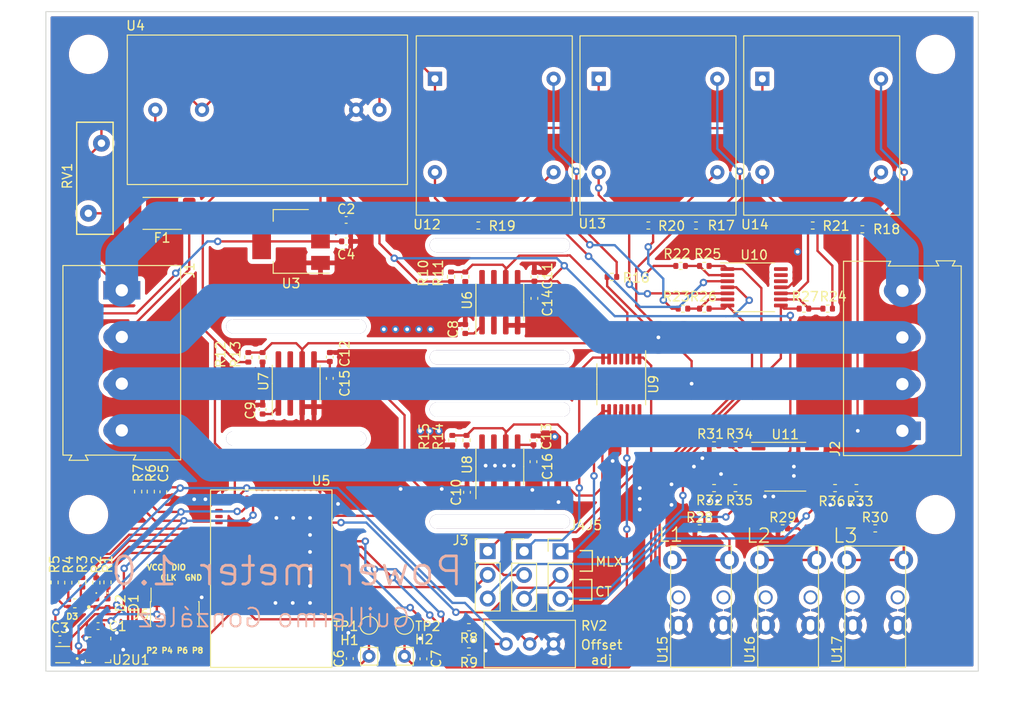
<source format=kicad_pcb>
(kicad_pcb (version 20211014) (generator pcbnew)
  (layers (0 "F.Cu" signal) (31 "B.Cu" signal) (34 "B.Paste" user) (35 "F.Paste" user) (36 "B.SilkS" user "B.Silkscreen") (37 "F.SilkS" user "F.Silkscreen") (38 "B.Mask" user) (39 "F.Mask" user) (44 "Edge.Cuts" user))
  (net 0 "")
  (net 1 "+3V3")
  (net 2 "GND")
  (net 3 "/NFC1")
  (net 4 "/NFC2")
  (net 5 "Net-(C9-Pad1)")
  (net 6 "Net-(C8-Pad1)")
  (net 7 "Net-(C10-Pad1)")
  (net 8 "+5V")
  (net 9 "Net-(D1-Pad1)")
  (net 10 "Net-(D2-Pad1)")
  (net 11 "Net-(D3-Pad4)")
  (net 12 "Net-(D3-Pad2)")
  (net 13 "Net-(D3-Pad3)")
  (net 14 "/L1")
  (net 15 "Net-(F1-Pad2)")
  (net 16 "/N")
  (net 17 "/L2")
  (net 18 "/L3")
  (net 19 "/power_sensors/mlx1_out")
  (net 20 "/AIN1")
  (net 21 "/power_sensors/ct1_out")
  (net 22 "/power_sensors/mlx2_out")
  (net 23 "/AIN2")
  (net 24 "/power_sensors/ct2_out")
  (net 25 "/power_sensors/mlx3_out")
  (net 26 "/AIN3")
  (net 27 "/power_sensors/ct3_out")
  (net 28 "/PIN2")
  (net 29 "/SWCLK")
  (net 30 "/PIN4")
  (net 31 "/SWDIO")
  (net 32 "/PIN6")
  (net 33 "/PIN8")
  (net 34 "/LED1")
  (net 35 "/LED2")
  (net 36 "/LEDR")
  (net 37 "/LEDG")
  (net 38 "/LEDB")
  (net 39 "/I2C_SCL")
  (net 40 "Net-(R8-Pad2)")
  (net 41 "Net-(R10-Pad2)")
  (net 42 "Net-(R12-Pad2)")
  (net 43 "Net-(R14-Pad2)")
  (net 44 "Net-(R16-Pad2)")
  (net 45 "Net-(R17-Pad2)")
  (net 46 "Net-(R18-Pad2)")
  (net 47 "Net-(R19-Pad1)")
  (net 48 "Net-(R19-Pad2)")
  (net 49 "Net-(R20-Pad1)")
  (net 50 "Net-(R20-Pad2)")
  (net 51 "Net-(R21-Pad1)")
  (net 52 "Net-(R21-Pad2)")
  (net 53 "Net-(R22-Pad1)")
  (net 54 "Net-(R23-Pad1)")
  (net 55 "Net-(R24-Pad1)")
  (net 56 "/AIN4")
  (net 57 "/AIN5")
  (net 58 "/AIN6")
  (net 59 "Net-(R28-Pad2)")
  (net 60 "Net-(R29-Pad2)")
  (net 61 "Net-(R30-Pad2)")
  (net 62 "Net-(R31-Pad1)")
  (net 63 "Net-(R32-Pad1)")
  (net 64 "Net-(R33-Pad1)")
  (net 65 "/I2C_SDA")
  (net 66 "/LPS_INT")
  (net 73 "/AIN0")
  (net 74 "/AIN7")
  (net 84 "/PIN_RESET")
  (net 109 "Net-(U9-Pad13)")
  (footprint "Connector_PinHeader_2.54mm:PinHeader_1x03_P2.54mm_Vertical" (layer "F.Cu") (at 156.52 111.354)
    (fp_text reference "J3")
    (fp_text value "Conn_01x03")
  )
  (footprint "Capacitor_SMD:C_0402_1005Metric" (layer "F.Cu") (at 139.62 92.86 -90)
    (fp_text reference "C15")
    (fp_text value "10n")
  )
  (footprint "Resistor_SMD:R_0402_1005Metric" (layer "F.Cu") (at 152.596 81.98 90)
    (fp_text reference "R10")
    (fp_text value "R")
  )
  (footprint "Resistor_SMD:R_0402_1005Metric" (layer "F.Cu") (at 177.173201 80.820299 180)
    (fp_text reference "R22")
    (fp_text value "10k")
  )
  (footprint "MountingHole:MountingHole_3.2mm_M3" (layer "F.Cu") (at 113.792 107.442)
    (fp_text reference "REF**" hide)
    (fp_text value "MountingHole_3.2mm_M3")
  )
  (footprint "Resistor_SMD:R_0402_1005Metric" (layer "F.Cu") (at 132.42 90.602 -90)
    (fp_text reference "R13")
    (fp_text value "R")
  )
  (footprint "TerminalBlock:TerminalBlock_Altech_AK300-4_P5.00mm" (layer "F.Cu") (at 117.348 83.426 -90)
    (fp_text reference "J1")
    (fp_text value "Screw_Terminal_01x04")
  )
  (footprint "Capacitor_SMD:C_0402_1005Metric" (layer "F.Cu") (at 154.308 105.054 90)
    (fp_text reference "C10")
    (fp_text value "47n")
  )
  (footprint "Connector_PinHeader_2.54mm:PinHeader_1x03_P2.54mm_Vertical" (layer "F.Cu") (at 164.32 111.369)
    (fp_text reference "J5")
    (fp_text value "Conn_01x03")
  )
  (footprint "LED_SMD:LED_0402_1005Metric" (layer "F.Cu") (at 114.62 116.927 -90)
    (fp_text reference "D2")
    (fp_text value "LED")
  )
  (footprint "Resistor_SMD:R_0402_1005Metric" (layer "F.Cu") (at 190.381201 85.392299)
    (fp_text reference "R27")
    (fp_text value "200k")
  )
  (footprint "Resistor_SMD:R_0402_1005Metric" (layer "F.Cu") (at 154.51 119.494 180)
    (fp_text reference "R8")
    (fp_text value "20k")
  )
  (footprint "Capacitor_SMD:C_0402_1005Metric" (layer "F.Cu") (at 132.42 96.194 90)
    (fp_text reference "C9")
    (fp_text value "47n")
  )
  (footprint "Capacitor_SMD:C_0402_1005Metric" (layer "F.Cu") (at 139.62 90.574 90)
    (fp_text reference "C12")
    (fp_text value "100n")
  )
  (footprint "Capacitor_SMD:C_0402_1005Metric" (layer "F.Cu") (at 161.52 84.294 -90)
    (fp_text reference "C14")
    (fp_text value "10n")
  )
  (footprint "Package_TO_SOT_SMD:SOT-223-3_TabPin2" (layer "F.Cu") (at 135.47 78.194 180)
    (fp_text reference "U3")
    (fp_text value "NCP1117-3.3_SOT223")
  )
  (footprint "guille_library:MS88SF3" (layer "F.Cu") (at 133.35 114.3 180)
    (fp_text reference "U5")
    (fp_text value "MS88SF3")
  )
  (footprint "Resistor_SMD:R_0402_1005Metric" (layer "F.Cu") (at 179.713201 80.820299 180)
    (fp_text reference "R25")
    (fp_text value "200k")
  )
  (footprint "Connector_Pin:Pin_D0.7mm_L6.5mm_W1.8mm_FlatFork" (layer "F.Cu") (at 143.81 122.604 180)
    (fp_text reference "H1")
    (fp_text value "MountingHole_Pad")
  )
  (footprint "TestPoint:TestPoint_Pad_D1.5mm" (layer "F.Cu") (at 147.62 119.302)
    (fp_text reference "TP2")
    (fp_text value "TestPoint")
  )
  (footprint "TestPoint:TestPoint_Pad_D1.5mm" (layer "F.Cu") (at 143.81 119.302)
    (fp_text reference "TP1")
    (fp_text value "TestPoint")
  )
  (footprint "MountingHole:MountingHole_3.2mm_M3" (layer "F.Cu") (at 113.792 58.166)
    (fp_text reference "REF**" hide)
    (fp_text value "MountingHole_3.2mm_M3")
  )
  (footprint "TerminalBlock:TerminalBlock_Altech_AK300-4_P5.00mm" (layer "F.Cu") (at 200.914 98.472 90)
    (fp_text reference "J2")
    (fp_text value "Screw_Terminal_01x04")
  )
  (footprint "Resistor_SMD:R_0402_1005Metric" (layer "F.Cu") (at 120.455 104.98 -90)
    (fp_text reference "R6")
    (fp_text value "10k")
  )
  (footprint "Resistor_SMD:R_0402_1005Metric" (layer "F.Cu") (at 119.1 104.98 -90)
    (fp_text reference "R7")
    (fp_text value "10k")
  )
  (footprint "Resistor_SMD:R_0402_1005Metric" (layer "F.Cu") (at 191.32 76.494 180)
    (fp_text reference "R21")
    (fp_text value "100")
  )
  (footprint "Package_LGA:ST_HLGA-10_2.5x2.5mm_P0.6mm_LayoutBorder3x2y" (layer "F.Cu") (at 114.808 121.92 -90)
    (fp_text reference "U1")
    (fp_text value "LPS25HB")
  )
  (footprint "Potentiometer_THT:Potentiometer_Bourns_3296W_Vertical" (layer "F.Cu") (at 158.486 121.294 180)
    (fp_text reference "RV2")
    (fp_text value "R_Potentiometer_Trim")
  )
  (footprint "guille_library:ZMPT101B" (layer "F.Cu") (at 157.226 65.786 90)
    (fp_text reference "U12")
    (fp_text value "ZMPT101B")
  )
  (footprint "Resistor_SMD:R_0402_1005Metric" (layer "F.Cu") (at 195.996 104.602)
    (fp_text reference "R33")
    (fp_text value "10k")
  )
  (footprint "Package_SO:TSSOP-14_4.4x5mm_P0.65mm" (layer "F.Cu") (at 185.045201 83.106299)
    (fp_text reference "U10")
    (fp_text value "MCP6004")
  )
  (footprint "guille_3rdparty:APHF1608LSEEQBDZGKC" (layer "F.Cu") (at 112.32 116.942 180)
    (fp_text reference "D3")
    (fp_text value "LED_RGBA")
  )
  (footprint "Varistor:RV_Disc_D12mm_W3.9mm_P7.5mm" (layer "F.Cu") (at 113.77 75.184 90)
    (fp_text reference "RV1")
    (fp_text value "Varistor")
  )
  (footprint "Resistor_SMD:R_0402_1005Metric" (layer "F.Cu") (at 113.12 114.69 90)
    (fp_text reference "R3")
    (fp_text value "1k")
  )
  (footprint "Package_SO:TSSOP-14_4.4x5mm_P0.65mm" (layer "F.Cu") (at 170.82 93.494 -90)
    (fp_text reference "U9")
    (fp_text value "MCP6004")
  )
  (footprint "Resistor_SMD:R_0402_1005Metric" (layer "F.Cu") (at 130.896 90.602 90)
    (fp_text reference "R12")
    (fp_text value "R")
  )
  (footprint "Resistor_SMD:R_0402_1005Metric" (layer "F.Cu") (at 180.756 100.03 180)
    (fp_text reference "R31")
    (fp_text value "10k")
  )
  (footprint "MountingHole:MountingHole_3.2mm_M3" (layer "F.Cu") (at 204.47 58.166)
    (fp_text reference "REF**" hide)
    (fp_text value "MountingHole_3.2mm_M3")
  )
  (footprint "Resistor_SMD:R_0402_1005Metric" (layer "F.Cu") (at 183.042 100.03 180)
    (fp_text reference "R34")
    (fp_text value "200k")
  )
  (footprint "Resistor_SMD:R_0402_1005Metric" (layer "F.Cu") (at 154.51 122.094)
    (fp_text reference "R9")
    (fp_text value "20k")
  )
  (footprint "Resistor_SMD:R_0402_1005Metric" (layer "F.Cu") (at 114.62 114.727 90)
    (fp_text reference "R2")
    (fp_text value "R")
  )
  (footprint "Resistor_SMD:R_0402_1005Metric" (layer "F.Cu") (at 111.62 114.727 90)
    (fp_text reference "R4")
    (fp_text value "2k2")
  )
  (footprint "Capacitor_SMD:C_0402_1005Metric" (layer "F.Cu") (at 141.768 122.858 90)
    (fp_text reference "C6")
    (fp_text value "330p")
  )
  (footprint "Resistor_SMD:R_0402_1005Metric" (layer "F.Cu") (at 179.216 108.918)
    (fp_text reference "R28")
    (fp_text value "100")
  )
  (footprint "Resistor_SMD:R_0402_1005Metric" (layer "F.Cu") (at 193.71 104.602)
    (fp_text reference "R36")
    (fp_text value "200k")
  )
  (footprint "Resistor_SMD:R_0402_1005Metric" (layer "F.Cu") (at 180.756 104.602 180)
    (fp_text reference "R32")
    (fp_text value "10k")
  )
  (footprint "Resistor_SMD:R_0402_1005Metric" (layer "F.Cu") (at 152.732 99.474 -90)
    (fp_text reference "R15")
    (fp_text value "R")
  )
  (footprint "Capacitor_SMD:C_0402_1005Metric" (layer "F.Cu") (at 161.42 101.78 -90)
    (fp_text reference "C16")
    (fp_text value "10n")
  )
  (footprint "Resistor_SMD:R_0402_1005Metric" (layer "F.Cu") (at 169.82 81.994)
    (fp_text reference "R16")
    (fp_text value "860k")
  )
  (footprint "Capacitor_SMD:C_0402_1005Metric" (layer "F.Cu") (at 114.808 119.38)
    (fp_text reference "C1")
    (fp_text value "100n")
  )
  (footprint "Resistor_SMD:R_0402_1005Metric" (layer "F.Cu") (at 183.042 104.602 180)
    (fp_text reference "R35")
    (fp_text value "200k")
  )
  (footprint "MountingHole:MountingHole_3.2mm_M3" (layer "F.Cu") (at 204.47 107.442)
    (fp_text reference "REF**" hide)
    (fp_text value "MountingHole_3.2mm_M3")
  )
  (footprint "Fuse:Fuse_2512_6332Metric" (layer "F.Cu") (at 121.666 75.194 180)
    (fp_text reference "F1")
    (fp_text value "Fuse")
  )
  (footprint "Capacitor_SMD:C_0402_1005Metric" (layer "F.Cu") (at 121.8 105 -90)
    (fp_text reference "C5")
    (fp_text value "100n")
  )
  (footprint "Capacitor_SMD:C_0402_1005Metric" (layer "F.Cu") (at 149.642 122.886 90)
    (fp_text reference "C7")
    (fp_text value "330p")
  )
  (footprint "Resistor_SMD:R_0402_1005Metric" (layer "F.Cu") (at 177.425201 85.392299 180)
    (fp_text reference "R23")
    (fp_text value "10k")
  )
  (footprint "Resistor_SMD:R_0402_1005Metric" (layer "F.Cu") (at 192.919201 85.392299)
    (fp_text reference "R24")
    (fp_text value "10k")
  )
  (footprint "Connector_PinHeader_2.54mm:PinHeader_1x03_P2.54mm_Vertical" (layer "F.Cu") (at 160.42 111.369)
    (fp_text reference "J4")
    (fp_text value "Conn_01x03")
  )
  (footprint "Resistor_SMD:R_0402_1005Metric" (layer "F.Cu") (at 179.711201 85.392299 180)
    (fp_text reference "R26")
    (fp_text value "200k")
  )
  (footprint "guille_library:JACK_PCB_3.5" (layer "F.Cu") (at 198.012 116.3 90)
    (fp_text reference "U17")
    (fp_text value "JACK_PCB_3.5")
  )
  (footprint "guille_library:HLK-2M05" (layer "F.Cu") (at 117.937 56.103)
    (fp_text reference "U4")
    (fp_text value "HLK-2M05")
  )
  (footprint "guille_library:ZMPT101B" (layer "F.Cu") (at 192.278 65.786 90)
    (fp_text reference "U14")
    (fp_text value "ZMPT101B")
  )
  (footprint "guille_library:ZMPT101B" (layer "F.Cu") (at 174.752 65.786 90)
    (fp_text reference "U13")
    (fp_text value "ZMPT101B")
  )
  (footprint "guille_library:MLX91208_USHIELD" (layer "F.Cu") (at 136.02 93.294 90)
    (fp_text reference "U7")
    (fp_text value "MLX91208")
  )
  (footprint "Resistor_SMD:R_0402_1005Metric" (layer "F.Cu") (at 178.82 76.494)
    (fp_text reference "R17")
    (fp_text value "860k")
  )
  (footprint "guille_library:MLX91208_USHIELD" (layer "F.Cu") (at 157.82 84.594 90)
    (fp_text reference "U6")
    (fp_text value "MLX91208")
  )
  (footprint "Resistor_SMD:R_0402_1005Metric" (layer "F.Cu") (at 196.63 76.894)
    (fp_text reference "R18")
    (fp_text value "860k")
  )
  (footprint "Connector_Pin:Pin_D0.7mm_L6.5mm_W1.8mm_FlatFork" (layer "F.Cu") (at 147.61 122.604 180)
    (fp_text reference "H2")
    (fp_text value "MountingHole_Pad")
  )
  (footprint "Capacitor_SMD:C_0402_1005Metric" (layer "F.Cu") (at 141.37 75.894)
    (fp_text reference "C2")
    (fp_text value "C")
  )
  (footprint "Capacitor_SMD:C_0402_1005Metric" (layer "F.Cu") (at 154.12 87.568 90)
    (fp_text reference "C8")
    (fp_text value "47n")
  )
  (footprint "Capacitor_SMD:C_0402_1005Metric" (layer "F.Cu") (at 161.42 99.494 90)
    (fp_text reference "C13")
    (fp_text value "100n")
  )
  (footprint "Resistor_SMD:R_0402_1005Metric" (layer "F.Cu") (at 173.72 76.494 180)
    (fp_text reference "R20")
    (fp_text value "100")
  )
  (footprint "guille_library:JACK_PCB_3.5" (layer "F.Cu") (at 188.684 116.3 90)
    (fp_text reference "U16")
    (fp_text value "JACK_PCB_3.5")
  )
  (footprint "Resistor_SMD:R_0402_1005Metric" (layer "F.Cu") (at 110.154 114.7 90)
    (fp_text reference "R5")
    (fp_text value "330")
  )
  (footprint "Capacitor_SMD:C_0402_1005Metric" (layer "F.Cu") (at 110.72 120.794 180)
    (fp_text reference "C3")
    (fp_text value "100n")
  )
  (footprint "Connector_PinSocket_1.27mm:PinSocket_2x04_P1.27mm_Vertical_SMD" (layer "F.Cu") (at 123.02 118.094 90)
    (fp_text reference "J6")
    (fp_text value "Conn_02x04_Counter_Clockwise")
  )
  (footprint "Resistor_SMD:R_0402_1005Metric" (layer "F.Cu") (at 188.106 108.918)
    (fp_text reference "R29")
    (fp_text value "100")
  )
  (footprint "guille_3rdparty:SHT40" (layer "F.Cu") (at 111.02 122.428 180)
    (fp_text reference "U2")
    (fp_text value "SHT40")
  )
  (footprint "Resistor_SMD:R_0402_1005Metric" (layer "F.Cu") (at 154.256 99.474 90)
    (fp_text reference "R14")
    (fp_text value "R")
  )
  (footprint "Package_SO:TSSOP-14_4.4x5mm_P0.65mm" (layer "F.Cu") (at 188.376 102.316)
    (fp_text reference "U11")
    (fp_text value "MCP6004")
  )
  (footprint "Resistor_SMD:R_0402_1005Metric" (layer "F.Cu") (at 155.52 76.494 180)
    (fp_text reference "R19")
    (fp_text value "100")
  )
  (footprint "Resistor_SMD:R_0402_1005Metric" (layer "F.Cu") (at 115.82 114.69 90)
    (fp_text reference "R1")
    (fp_text value "R")
  )
  (footprint "Capacitor_SMD:C_0402_1005Metric" (layer "F.Cu") (at 141.37 78.194)
    (fp_text reference "C4")
    (fp_text value "10u")
  )
  (footprint "Resistor_SMD:R_0402_1005Metric" (layer "F.Cu") (at 154.12 81.98 -90)
    (fp_text reference "R11")
    (fp_text value "R")
  )
  (footprint "Resistor_SMD:R_0402_1005Metric" (layer "F.Cu") (at 198.012 108.918)
    (fp_text reference "R30")
    (fp_text value "100")
  )
  (footprint "Capacitor_SMD:C_0402_1005Metric" (layer "F.Cu") (at 161.52 81.98 90)
    (fp_text reference "C11")
    (fp_text value "100n")
  )
  (footprint "guille_library:MLX91208_USHIELD" (layer "F.Cu") (at 157.82 102.194 90)
    (fp_text reference "U8")
    (fp_text value "MLX91208")
  )
  (footprint "LED_SMD:LED_0402_1005Metric" (layer "F.Cu") (at 115.82 116.927 -90)
    (fp_text reference "D1")
    (fp_text value "LED")
  )
  (footprint "guille_library:JACK_PCB_3.5" (layer "F.Cu") (at 179.356 116.3 90)
    (fp_text reference "U15")
    (fp_text value "JACK_PCB_3.5")
  )
  (gr_line (start 166.42 111.294) (end 167.72 111.294) (layer "F.SilkS") (width 0.15))
  (gr_line (start 167.72 111.294) (end 167.72 113.494) (layer "F.SilkS") (width 0.15))
  (gr_line (start 166.37 114.394) (end 167.67 114.394) (layer "F.SilkS") (width 0.15))
  (gr_line (start 167.67 114.394) (end 167.67 116.594) (layer "F.SilkS") (width 0.15))
  (gr_line (start 167.72 113.494) (end 166.42 113.494) (layer "F.SilkS") (width 0.15))
  (gr_line (start 167.67 116.594) (end 166.37 116.594) (layer "F.SilkS") (width 0.15))
  (gr_rect (start 109.22 53.594) (end 209.042 124.206) (layer "Edge.Cuts") (width 0.1) (fill none))
  (gr_text "Power meter 1.0" (at 135.02 113.494) (layer "B.SilkS") (effects (font (size 3 3) (thickness 0.3)) (justify mirror)))
  (gr_text "Guillermo González" (at 133.62 118.494) (layer "B.SilkS") (effects (font (size 2 2) (thickness 0.2)) (justify mirror)))
  (gr_text "MLX" (at 169.52 112.494) (layer "F.SilkS") (effects (font (size 1 1))))
  (gr_text "L3" (at 194.82 109.694) (layer "F.SilkS") (effects (font (size 1.5 1.5))))
  (gr_text "CLK  GND" (at 123.72 114.194) (layer "F.SilkS") (effects (font (size 0.6 0.6))))
  (gr_text "L2" (at 185.52 109.694) (layer "F.SilkS") (effects (font (size 1.5 1.5))))
  (gr_text "P2 P4 P6 P8" (at 123.02 121.994) (layer "F.SilkS") (effects (font (size 0.6 0.6))))
  (gr_text "VCC  DIO" (at 122.12 113.094) (layer "F.SilkS") (effects (font (size 0.6 0.6))))
  (gr_text "L1" (at 176.12 109.594) (layer "F.SilkS") (effects (font (size 1.5 1.5))))
  (gr_text "CT\n" (at 168.92 115.694) (layer "F.SilkS") (effects (font (size 1 1))))
  (gr_text "Offset\nadj" (at 168.72 122.194) (layer "F.SilkS") (effects (font (size 1 1))))
  (segment (start 121.1 116.309) (end 121.115 116.294) (width 0.25) (layer "F.Cu") (net 1))
  (segment (start 123.12 81.694) (end 118.92 85.894) (width 0.25) (layer "F.Cu") (net 1))
  (segment (start 112.22 88.594) (end 112.22 99.02) (width 0.25) (layer "F.Cu") (net 1))
  (segment (start 114.5 117.292) (end 114.62 117.412) (width 0.25) (layer "F.Cu") (net 1))
  (segment (start 112.97 117.292) (end 114.5 117.292) (width 0.25) (layer "F.Cu") (net 1))
  (segment (start 138.62 78.194) (end 140.89 78.194) (width 0.25) (layer "F.Cu") (net 1))
  (segment (start 118.92 85.894) (end 114.92 85.894) (width 0.25) (layer "F.Cu") (net 1))
  (segment (start 110.24 117.96) (end 110.3 117.9) (width 0.25) (layer "F.Cu") (net 1))
  (segment (start 115.82 117.412) (end 116.488 117.412) (width 0.25) (layer "F.Cu") (net 1))
  (segment (start 113.09 117.412) (end 112.97 117.292) (width 0.25) (layer "F.Cu") (net 1))
  (segment (start 110.24 120.794) (end 110.24 117.96) (width 0.25) (layer "F.Cu") (net 1))
  (segment (start 130.72 104.594) (end 130.1 105.214) (width 0.25) (layer "F.Cu") (net 1))
  (segment (start 114.328 119.766282) (end 114.328 119.38) (width 0.25) (layer "F.Cu") (net 1))
  (segment (start 114.508 122.845) (end 114.508 122.569639) (width 0.25) (layer "F.Cu") (net 1))
  (segment (start 115.433 121.32) (end 115.108 120.995) (width 0.25) (layer "F.Cu") (net 1))
  (segment (start 110.253196 122.028) (end 110.14498 121.919784) (width 0.25) (layer "F.Cu") (net 1))
  (segment (start 115.108 121.969639) (end 115.108 120.995) (width 0.25) (layer "F.Cu") (net 1))
  (segment (start 121.75 104.47) (end 121.8 104.52) (width 0.25) (layer "F.Cu") (net 1))
  (segment (start 112.908 117.292) (end 112.97 117.292) (width 0.25) (layer "F.Cu") (net 1))
  (segment (start 116.12098 118.74548) (end 116.2 118.8245) (width 0.25) (layer "F.Cu") (net 1))
  (segment (start 110.32 122.028) (end 110.253196 122.028) (width 0.25) (layer "F.Cu") (net 1))
  (segment (start 114.328 119.37307) (end 114.95559 118.74548) (width 0.25) (layer "F.Cu") (net 1))
  (segment (start 110.14498 121.919784) (end 110.14498 120.88902) (width 0.25) (layer "F.Cu") (net 1))
  (segment (start 120.455 104.47) (end 121.75 104.47) (width 0.25) (layer "F.Cu") (net 1))
  (segment (start 121.1 118.1) (end 121.1 116.309) (width 0.25) (layer "F.Cu") (net 1))
  (segment (start 123.6 104.6) (end 123.52 104.52) (width 0.25) (layer "F.Cu") (net 1))
  (segment (start 114.508 122.569639) (end 115.108 121.969639) (width 0.25) (layer "F.Cu") (net 1))
  (segment (start 155.02 119.494) (end 156.82 121.294) (width 0.25) (layer "F.Cu") (net 1))
  (segment (start 132.32 78.194) (end 138.62 78.194) (width 0.25) (layer "F.Cu") (net 1))
  (segment (start 130.1 105.214) (end 130.1 105.8) (width 0.25) (layer "F.Cu") (net 1))
  (segment (start 117.67 104.47) (end 119.1 104.47) (width 0.25) (layer "F.Cu") (net 1))
  (segment (start 119.1 104.47) (end 120.455 104.47) (width 0.25) (layer "F.Cu") (net 1))
  (segment (start 116.488 117.412) (end 116.8 117.1) (width 0.25) (layer "F.Cu") (net 1))
  (segment (start 112.22 99.02) (end 117.67 104.47) (width 0.25) (layer "F.Cu") (net 1))
  (segment (start 115.108 120.546282) (end 114.328 119.766282) (width 0.25) (layer "F.Cu") (net 1))
  (segment (start 115.733 121.32) (end 115.433 121.32) (width 0.25) (layer "F.Cu") (net 1))
  (segment (start 110.24 119.96) (end 112.908 117.292) (width 0.25) (layer "F.Cu") (net 1))
  (segment (start 115.108 120.995) (end 115.108 120.546282) (width 0.25) (layer "F.Cu") (net 1))
  (segment (start 156.82 121.294) (end 158.486 121.294) (width 0.25) (layer "F.Cu") (net 1))
  (segment (start 114.92 85.894) (end 112.22 88.594) (width 0.25) (layer "F.Cu") (net 1))
  (segment (start 114.95559 118.74548) (end 116.12098 118.74548) (width 0.25) (layer "F.Cu") (net 1))
  (segment (start 123.12 81.594) (end 123.12 81.694) (width 0.25) (layer "F.Cu") (net 1))
  (segment (start 123.52 104.52) (end 121.8 104.52) (width 0.25) (layer "F.Cu") (net 1))
  (segment (start 127.62 78.194) (end 132.32 78.194) (width 0.25) (layer "F.Cu") (net 1))
  (segment (start 110.14498 120.88902) (end 110.24 120.794) (width 0.25) (layer "F.Cu") (net 1))
  (segment (start 110.24 120.794) (end 110.24 119.96) (width 0.25) (layer "F.Cu") (net 1))
  (segment (start 115.7 117.292) (end 115.82 117.412) (width 0.25) (layer "F.Cu") (net 1))
  (segment (start 114.328 119.38) (end 114.328 119.37307) (width 0.25) (layer "F.Cu") (net 1))
  (segment (start 115.82 117.412) (end 114.62 117.412) (width 0.25) (layer "F.Cu") (net 1))
  (via (at 130.72 104.594) (size 0.8) (drill 0.4) (layers "F.Cu" "B.Cu") (net 1))
  (via (at 116.2 118.8245) (size 0.8) (drill 0.4) (layers "F.Cu" "B.Cu") (net 1))
  (via (at 123.6 104.6) (size 0.8) (drill 0.4) (layers "F.Cu" "B.Cu") (net 1))
  (via (at 123.12 81.594) (size 0.8) (drill 0.4) (layers "F.Cu" "B.Cu") (net 1))
  (via (at 110.3 117.9) (size 0.8) (drill 0.4) (layers "F.Cu" "B.Cu") (net 1))
  (via (at 127.62 78.194) (size 0.8) (drill 0.4) (layers "F.Cu" "B.Cu") (net 1))
  (via (at 121.1 118.1) (size 0.8) (drill 0.4) (layers "F.Cu" "B.Cu") (net 1))
  (via (at 116.8 117.1) (size 0.8) (drill 0.4) (layers "F.Cu" "B.Cu") (net 1))
  (segment (start 140.455717 104.594) (end 152.755718 116.894) (width 0.25) (layer "B.Cu") (net 1))
  (segment (start 126.52 78.194) (end 123.12 81.594) (width 0.25) (layer "B.Cu") (net 1))
  (segment (start 116.8 117.1) (end 117.8 118.1) (width 0.25) (layer "B.Cu") (net 1))
  (segment (start 128.014 104.6) (end 128.02 104.594) (width 0.25) (layer "B.Cu") (net 1))
  (segment (start 127.62 78.194) (end 126.52 78.194) (width 0.25) (layer "B.Cu") (net 1))
  (segment (start 116.9245 118.1) (end 117.8 118.1) (width 0.25) (layer "B.Cu") (net 1))
  (segment (start 130.72 104.594) (end 140.455717 104.594) (width 0.25) (layer "B.Cu") (net 1))
  (segment (start 123.6 104.6) (end 128.014 104.6) (width 0.25) (layer "B.Cu") (net 1))
  (segment (start 117.8 118.1) (end 121.1 118.1) (width 0.25) (layer "B.Cu") (net 1))
  (segment (start 128.02 104.594) (end 130.72 104.594) (width 0.25) (layer "B.Cu") (net 1))
  (segment (start 154.086 116.894) (end 158.486 121.294) (width 0.25) (layer "B.Cu") (net 1))
  (segment (start 116.2 118.8245) (end 116.9245 118.1) (width 0.25) (layer "B.Cu") (net 1))
  (segment (start 123.6 104.6) (end 110.3 117.9) (width 0.25) (layer "B.Cu") (net 1))
  (segment (start 152.755718 116.894) (end 154.086 116.894) (width 0.25) (layer "B.Cu") (net 1))
  (segment (start 113.883 120.981598) (end 113.550701 120.649299) (width 0.25) (layer "F.Cu") (net 2))
  (segment (start 115.288 119.38) (end 116.008 120.1) (width 0.25) (layer "F.Cu") (net 2))
  (segment (start 109.9 123.1) (end 109.9 123.3) (width 0.25) (layer "F.Cu") (net 2))
  (segment (start 113.883 121.32) (end 113.883 120.981598) (width 0.25) (layer "F.Cu") (net 2))
  (segment (start 170.695489 96.481011) (end 170.695489 100.904511) (width 0.25) (layer "F.Cu") (net 2))
  (segment (start 189.7 82.1) (end 189.7 79.3) (width 0.25) (layer "F.Cu") (net 2))
  (segment (start 188.693701 83.106299) (end 189.7 82.1) (width 0.25) (layer "F.Cu") (net 2))
  (segment (start 116.008 120.1) (end 116.8 120.1) (width 0.25) (layer "F.Cu") (net 2))
  (segment (start 110.1 123.5) (end 112.903 123.5) (width 0.25) (layer "F.Cu") (net 2))
  (segment (start 191.2225 102.3) (end 191.2385 102.316) (width 0.25) (layer "F.Cu") (net 2))
  (segment (start 189.3 102.3) (end 191.2225 102.3) (width 0.25) (layer "F.Cu") (net 2))
  (segment (start 138 117.4) (end 137.5 116.9) (width 0.25) (layer "F.Cu") (net 2))
  (segment (start 138.95 117.4) (end 138 117.4) (width 0.25) (layer "F.Cu") (net 2))
  (segment (start 187.907701 83.106299) (end 188.693701 83.106299) (width 0.25) (layer "F.Cu") (net 2))
  (segment (start 113.1515 123.2515) (end 113.883 122.52) (width 0.25) (layer "F.Cu") (net 2))
  (segment (start 170.695489 100.904511) (end 169.9 101.7) (width 0.25) (layer "F.Cu") (net 2))
  (segment (start 111.2 120.1) (end 111.2 120.794) (width 0.25) (layer "F.Cu") (net 2))
  (segment (start 115.733 121.92) (end 115.733 122.52) (width 0.25) (layer "F.Cu") (net 2))
  (segment (start 112.903 123.5) (end 113.1515 123.2515) (width 0.25) (layer "F.Cu") (net 2))
  (segment (start 111.5 119.8) (end 111.2 120.1) (width 0.25) (layer "F.Cu") (net 2))
  (segment (start 110.32 122.828) (end 110.172 122.828) (width 0.25) (layer "F.Cu") (net 2))
  (segment (start 110.172 122.828) (end 109.9 123.1) (width 0.25) (layer "F.Cu") (net 2))
  (segment (start 170.82 96.3565) (end 170.695489 96.481011) (width 0.25) (layer "F.Cu") (net 2))
  (segment (start 109.9 123.3) (end 110.1 123.5) (width 0.25) (layer "F.Cu") (net 2))
  (via (at 181.1 106) (size 0.8) (drill 0.4) (layers "F.Cu" "B.Cu") (net 2))
  (via (at 151.3 98.5) (size 0.8) (drill 0.4) (layers "F.Cu" "B.Cu") (net 2))
  (via (at 137.5 115.08) (size 0.8) (drill 0.4) (layers "F.Cu" "B.Cu") (net 2))
  (via (at 149.15 87.6) (size 0.8) (drill 0.4) (layers "F.Cu" "B.Cu") (net 2))
  (via (at 189.3 103.3) (size 0.8) (drill 0.4) (layers "F.Cu" "B.Cu") (net 2))
  (via (at 146.65 87.6) (size 0.8) (drill 0.4) (layers "F.Cu" "B.Cu") (net 2))
  (via (at 137.5 111.44) (size 0.8) (drill 0.4) (layers "F.Cu" "B.Cu") (net 2))
  (via (at 186.2 105.5) (size 0.8) (drill 0.4) (layers "F.Cu" "B.Cu") (net 2))
  (via (at 135.65 116.9) (size 0.8) (drill 0.4) (layers "F.Cu" "B.Cu") (net 2))
  (via (at 176.2 106.4) (size 0.8) (drill 0.4) (layers "F.Cu" "B.Cu") (net 2))
  (via (at 113.550701 120.649299) (size 0.8) (drill 0.4) (layers "F.Cu" "B.Cu") (net 2))
  (via (at 176.2 104.2) (size 0.8) (drill 0.4) (layers "F.Cu" "B.Cu") (net 2))
  (via (at 187.1 105.5) (size 0.8) (drill 0.4) (layers "F.Cu" "B.Cu") (net 2))
  (via (at 111.5 119.8) (size 0.8) (drill 0.4) (layers "F.Cu" "B.Cu") (net 2))
  (via (at 116.8 120.1) (size 0.8) (drill 0.4) (layers "F.Cu" "B.Cu") (net 2))
  (via (at 117.5 121.9) (size 0.8) (drill 0.4) (layers "F.Cu" "B.Cu") (net 2))
  (via (at 155 120.9) (size 0.8) (drill 0.4) (layers "F.Cu" "B.Cu") (net 2))
  (via (at 196.4 106.4) (size 0.8) (drill 0.4) (layers "F.Cu" "B.Cu") (net 2))
  (via (at 151.6 104.7) (size 0.8) (drill 0.4) (layers "F.Cu" "B.Cu") (net 2))
  (via (at 149.3 120.7) (size 0.8) (drill 0.4) (layers "F.Cu" "B.Cu") (net 2))
  (via (at 150.4 87.6) (size 0.8) (drill 0.4) (layers "F.Cu" "B.Cu") (net 2))
  (via (at 164.1 106.1) (size 0.8) (drill 0.4) (layers "F.Cu" "B.Cu") (net 2))
  (via (at 113.1515 123.2515) (size 0.8) (drill 0.4) (layers "F.Cu" "B.Cu") (net 2))
  (via (at 125.1 105.8) (size 0.8) (drill 0.4) (layers "F.Cu" "B.Cu") (net 2))
  (via (at 172.8 106.9) (size 0.8) (drill 0.4) (layers "F.Cu" "B.Cu") (net 2))
  (via (at 126.3 105.8) (size 0.8) (drill 0.4) (layers "F.Cu" "B.Cu") (net 2))
  (via (at 141.6 120.1) (size 0.8) (drill 0.4) (layers "F.Cu" "B.Cu") (net 2))
  (via (at 181.5 103.1) (size 0.8) (drill 0.4) (layers "F.Cu" "B.Cu") (net 2))
  (via (at 135.7 107.8) (size 0.8) (drill 0.4) (layers "F.Cu" "B.Cu") (net 2))
  (via (at 179.5 101.4) (size 0.8) (drill 0.4) (layers "F.Cu" "B.Cu") (net 2))
  (via (at 194.266666 106.4) (size 0.8) (drill 0.4) (layers "F.Cu" "B.Cu") (net 2))
  (via (at 178.6 102.3) (size 0.8) (drill 0.4) (layers "F.Cu" "B.Cu") (net 2))
  (via (at 156.3 122) (size 0.8) (drill 0.4) (layers "F.Cu" "B.Cu") (net 2))
  (via (at 172.8 104.6) (size 0.8) (drill 0.4) (layers "F.Cu" "B.Cu") (net 2))
  (via (at 193.2 106.4) (size 0.8) (drill 0.4) (layers "F.Cu" "B.Cu") (net 2))
  (via (at 195.333332 106.4) (size 0.8) (drill 0.4) (layers "F.Cu" "B.Cu") (net 2))
  (via (at 189.7 79.3) (size 0.8) (drill 0.4) (layers "F.Cu" "B.Cu") (net 2))
  (via (at 161.3 104.8) (size 0.8) (drill 0.4) (layers "F.Cu" "B.Cu") (net 2))
  (via (at 140.5 106.3) (size 0.8) (drill 0.4) (layers "F.Cu" "B.Cu") (net 2))
  (via (at 172.8 105.75) (size 0.8) (drill 0.4) (layers "F.Cu" "B.Cu") (net 2))
  (via (at 137.5 116.9) (size 0.8) (drill 0.4) (layers "F.Cu" "B.Cu") (net 2))
  (via (at 180.2 106) (size 0.8) (drill 0.4) (layers "F.Cu" "B.Cu") (net 2))
  (via (at 133.9 107.8) (size 0.8) (drill 0.4) (layers "F.Cu" "B.Cu") (net 2))
  (via (at 137.5 107.8) (size 0.8) (drill 0.4) (layers "F.Cu" "B.Cu") (net 2))
  (via (at 169.9 101.7) (size 0.8) (drill 0.4) (layers "F.Cu" "B.Cu") (net 2))
  (via (at 133.8 116.9) (size 0.8) (drill 0.4) (layers "F.Cu" "B.Cu") (net 2))
  (via (at 147.2 104.7) (size 0.8) (drill 0.4) (layers "F.Cu" "B.Cu") (net 2))
  (via (at 150.3 98.5) (size 0.8) (drill 0.4) (layers "F.Cu" "B.Cu") (net 2))
  (via (at 145.4 87.6) (size 0.8) (drill 0.4) (layers "F.Cu" "B.Cu") (net 2))
  (via (at 147.9 87.6) (size 0.8) (drill 0.4) (layers "F.Cu" "B.Cu") (net 2))
  (via (at 163.7 99.1) (size 0.8) (drill 0.4) (layers "F.Cu" "B.Cu") (net 2))
  (via (at 189.3 102.3) (size 0.8) (drill 0.4) (layers "F.Cu" "B.Cu") (net 2))
  (via (at 137.5 113.26) (size 0.8) (drill 0.4) (layers "F.Cu" "B.Cu") (net 2))
  (via (at 137.5 109.62) (size 0.8) (drill 0.4) (layers "F.Cu" "B.Cu") (net 2))
  (via (at 149.3 98.5) (size 0.8) (drill 0.4) (layers "F.Cu" "B.Cu") (net 2))
  (via (at 125.9 116.3) (size 0.8) (drill 0.4) (layers "F.Cu" "B.Cu") (net 2))
  (segment (start 151.6 104.7) (end 147.2 104.7) (width 0.25) (layer "B.Cu") (net 2))
  (segment (start 162.8 104.8) (end 164.1 106.1) (width 0.25) (layer "B.Cu") (net 2))
  (segment (start 161.3 104.8) (end 162.8 104.8) (width 0.25) (layer "B.Cu") (net 2))
  (segment (start 143.81 122.604) (end 143.81 119.302) (width 0.25) (layer "F.Cu") (net 3))
  (segment (start 130.75 117.75) (end 130.75 117.4) (width 0.25) (layer "F.Cu") (net 3))
  (segment (start 131.64952 118.64952) (end 130.75 117.75) (width 0.25) (layer "F.Cu") (net 3))
  (segment (start 143.15752 118.64952) (end 131.64952 118.64952) (width 0.25) (layer "F.Cu") (net 3))
  (segment (start 141.768 123.338) (end 143.076 123.338) (width 0.25) (layer "F.Cu") (net 3))
  (segment (start 143.076 123.338) (end 143.81 122.604) (width 0.25) (layer "F.Cu") (net 3))
  (segment (start 143.81 119.302) (end 143.15752 118.64952) (width 0.25) (layer "F.Cu") (net 3))
  (segment (start 148.372 123.366) (end 147.61 122.604) (width 0.25) (layer "F.Cu") (net 4))
  (segment (start 149.642 123.366) (end 148.372 123.366) (width 0.25) (layer "F.Cu") (net 4))
  (segment (start 147.62 119.302) (end 147.62 122.594) (width 0.25) (layer "F.Cu") (net 4))
  (segment (start 132.6 118) (end 146.318 118) (width 0.25) (layer "F.Cu") (net 4))
  (segment (start 146.318 118) (end 147.62 119.302) (width 0.25) (layer "F.Cu") (net 4))
  (segment (start 132 117.4) (end 132.6 118) (width 0.25) (layer "F.Cu") (net 4))
  (segment (start 147.62 122.594) (end 147.61 122.604) (width 0.25) (layer "F.Cu") (net 4))
  (segment (start 131.4 117.4) (end 132 117.4) (width 0.25) (layer "F.Cu") (net 4))
  (segment (start 133.32 96.674) (end 134.115 95.879) (width 0.25) (layer "F.Cu") (net 5))
  (segment (start 132.42 96.674) (end 133.32 96.674) (width 0.25) (layer "F.Cu") (net 5))
  (segment (start 155.046 88.048) (end 155.915 87.179) (width 0.25) (layer "F.Cu") (net 6))
  (segment (start 154.12 88.048) (end 155.046 88.048) (width 0.25) (layer "F.Cu") (net 6))
  (segment (start 154.308 105.534) (end 155.16 105.534) (width 0.25) (layer "F.Cu") (net 7))
  (segment (start 155.16 105.534) (end 155.915 104.779) (width 0.25) (layer "F.Cu") (net 7))
  (segment (start 149.016 82.49) (end 152.596 82.49) (width 0.25) (layer "F.Cu") (net 8))
  (segment (start 153.09 101.924) (end 154.256 100.758) (width 0.25) (layer "F.Cu") (net 8))
  (segment (start 140 60.6) (end 126.02 74.58) (width 0.25) (layer "F.Cu") (net 8))
  (segment (start 183.132299 83.106299) (end 182.182701 83.106299) (width 0.25) (layer "F.Cu") (net 8))
  (segment (start 144.937 61.837) (end 143.7 60.6) (width 0.25) (layer "F.Cu") (net 8))
  (segment (start 127.32 88.794) (end 127.32 99.794) (width 0.25) (layer "F.Cu") (net 8))
  (segment (start 161.42 99.974) (end 161.42 101.3) (width 0.25) (layer "F.Cu") (net 8))
  (segment (start 143.206 92.38) (end 139.62 92.38) (width 0.25) (layer "F.Cu") (net 8))
  (segment (start 127.32 99.794) (end 129.45 101.924) (width 0.25) (layer "F.Cu") (net 8))
  (segment (start 143.09 101.924) (end 146.59 101.924) (width 0.25) (layer "F.Cu") (net 8))
  (segment (start 139.62 91.054) (end 138.05 91.054) (width 0.25) (layer "F.Cu") (net 8))
  (segment (start 139.62 92.38) (end 139.62 91.054) (width 0.25) (layer "F.Cu") (net 8))
  (segment (start 126.02 74.58) (end 126.02 87.494) (width 0.25) (layer "F.Cu") (net 8))
  (segment (start 161.52 82.46) (end 159.956 82.46) (width 0.25) (layer "F.Cu") (net 8))
  (segment (start 161.52 83.814) (end 161.52 82.46) (width 0.25) (layer "F.Cu") (net 8))
  (segment (start 162.426 101.3) (end 161.42 101.3) (width 0.25) (layer "F.Cu") (net 8))
  (segment (start 147.62 100.894) (end 147.62 96.794) (width 0.25) (layer "F.Cu") (net 8))
  (segment (start 144.937 76.637) (end 138.62 70.32) (width 0.25) (layer "F.Cu") (net 8))
  (segment (start 159.87 99.974) (end 159.725 99.829) (width 0.25) (layer "F.Cu") (net 8))
  (segment (start 143.09 101.924) (end 146.65 101.924) (width 0.25) (layer "F.Cu") (net 8))
  (segment (start 138.62 75.894) (end 138.62 70.32) (width 0.25) (layer "F.Cu") (net 8))
  (segment (start 144.937 64.103) (end 144.937 61.837) (width 0.25) (layer "F.Cu") (net 8))
  (segment (start 184.52 84.494) (end 183.132299 83.106299) (width 0.25) (layer "F.Cu") (net 8))
  (segment (start 129.45 101.924) (end 129.45 105.8) (width 0.25) (layer "F.Cu") (net 8))
  (segment (start 144.937 78.411) (end 146.52 79.994) (width 0.25) (layer "F.Cu") (net 8))
  (segment (start 163.054 82.46) (end 161.52 82.46) (width 0.25) (layer "F.Cu") (net 8))
  (segment (start 143.09 101.924) (end 153.09 101.924) (width 0.25) (layer "F.Cu") (net 8))
  (segment (start 143.7 60.6) (end 140 60.6) (width 0.25) (layer "F.Cu") (net 8))
  (segment (start 161.42 99.974) (end 159.87 99.974) (width 0.25) (layer "F.Cu") (net 8))
  (segment (start 138.05 91.054) (end 137.925 90.929) (width 0.25) (layer "F.Cu") (net 8))
  (segment (start 147.62 96.794) (end 143.206 92.38) (width 0.25) (layer "F.Cu") (net 8))
  (segment (start 138.62 75.894) (end 140.89 75.894) (width 0.25) (layer "F.Cu") (net 8))
  (segment (start 188.92 86.116799) (end 188.92 100.594) (width 0.25) (layer "F.Cu") (net 8))
  (segment (start 129.45 101.924) (end 143.09 101.924) (width 0.25) (layer "F.Cu") (net 8))
  (segment (start 146.65 101.924) (end 151.52 106.794) (width 0.25) (layer "F.Cu") (net 8))
  (segment (start 154.256 100.758) (end 154.256 99.984) (width 0.25) (layer "F.Cu") (net 8))
  (segment (start 163.02 105.294) (end 163.02 101.894) (width 0.25) (layer "F.Cu") (net 8))
  (segment (start 163.986 82.46) (end 170.82 89.294) (width 0.25) (layer "F.Cu") (net 8))
  (segment (start 159.956 82.46) (end 159.725 82.229) (width 0.25) (layer "F.Cu") (net 8))
  (segment (start 146.59 101.924) (end 147.62 100.894) (width 0.25) (layer "F.Cu") (net 8))
  (segment (start 127.32 88.794) (end 129.638 91.112) (width 0.25) (layer "F.Cu") (net 8))
  (segment (start 146.52 79.994) (end 149.016 82.49) (width 0.25) (layer "F.Cu") (net 8))
  (segment (start 170.82 89.294) (end 170.82 90.6315) (width 0.25) (layer "F.Cu") (net 8))
  (segment (start 126.02 87.494) (end 127.32 88.794) (width 0.25) (layer "F.Cu") (net 8))
  (segment (start 163.054 82.46) (end 163.986 82.46) (width 0.25) (layer "F.Cu") (net 8))
  (segment (start 144.937 78.411) (end 144.937 76.637) (width 0.25) (layer "F.Cu") (net 8))
  (segment (start 163.02 101.894) (end 162.426 101.3) (width 0.25) (layer "F.Cu") (net 8))
  (segment (start 161.52 106.794) (end 163.02 105.294) (width 0.25) (layer "F.Cu") (net 8))
  (segment (start 138.62 70.32) (end 138.62 61.98) (width 0.25) (layer "F.Cu") (net 8))
  (segment (start 188.92 100.594) (end 187.198 102.316) (width 0.25) (layer "F.Cu") (net 8))
  (segment (start 187.198 102.316) (end 185.5135 102.316) (width 0.25) (layer "F.Cu") (net 8))
  (segment (start 129.638 91.112) (end 130.896 91.112) (width 0.25) (layer "F.Cu") (net 8))
  (segment (start 151.52 106.794) (end 161.52 106.794) (width 0.25) (layer "F.Cu") (net 8))
  (segment (start 140.89 75.894) (end 140.89 76.414) (width 0.25) (layer "F.Cu") (net 8))
  (segment (start 164.72 80.794) (end 163.054 82.46) (width 0.25) (layer "F.Cu") (net 8))
  (via (at 184.52 84.494) (size 0.8) (drill 0.4) (layers "F.Cu" "B.Cu") (net 8))
  (via (at 188.92 86.116799) (size 0.8) (drill 0.4) (layers "F.Cu" "B.Cu") (net 8))
  (via (at 164.72 80.794) (size 0.8) (drill 0.4) (layers "F.Cu" "B.Cu") (net 8))
  (via (at 146.52 79.994) (size 0.8) (drill 0.4) (layers "F.Cu" "B.Cu") (net 8))
  (segment (start 170.12 86.194) (end 182.02 86.194) (width 0.25) (layer "B.Cu") (net 8))
  (segment (start 164.72 80.794) (end 163.92 79.994) (width 0.25) (layer "B.Cu") (net 8))
  (segment (start 163.92 79.994) (end 146.52 79.994) (width 0.25) (layer "B.Cu") (net 8))
  (segment (start 182.82 86.194) (end 188.842799 86.194) (width 0.25) (layer "B.Cu") (net 8))
  (segment (start 164.72 80.794) (end 170.12 86.194) (width 0.25) (layer "B.Cu") (net 8))
  (segment (start 188.842799 86.194) (end 188.92 86.116799) (width 0.25) (layer "B.Cu") (net 8))
  (segment (start 182.02 86.194) (end 182.82 86.194) (width 0.25) (layer "B.Cu") (net 8))
  (segment (start 182.82 86.194) (end 184.52 84.494) (width 0.25) (layer "B.Cu") (net 8))
  (segment (start 115.82 115.2) (end 115.82 116.442) (width 0.25) (layer "F.Cu") (net 9))
  (segment (start 114.62 116.442) (end 114.62 115.237) (width 0.25) (layer "F.Cu") (net 10))
  (segment (start 111.270978 117.292) (end 111.67 117.292) (width 0.25) (layer "F.Cu") (net 11))
  (segment (start 110.154 116.175022) (end 110.154 115.21) (width 0.25) (layer "F.Cu") (net 11))
  (segment (start 111.270978 117.292) (end 110.154 116.175022) (width 0.25) (layer "F.Cu") (net 11))
  (segment (start 112.97 115.35) (end 113.12 115.2) (width 0.25) (layer "F.Cu") (net 12))
  (segment (start 112.97 116.592) (end 112.97 115.35) (width 0.25) (layer "F.Cu") (net 12))
  (segment (start 113.12 116.442) (end 112.97 116.592) (width 0.25) (layer "F.Cu") (net 12))
  (segment (start 111.62 115.237) (end 111.62 116.542) (width 0.25) (layer "F.Cu") (net 13))
  (segment (start 111.62 116.542) (end 111.67 116.592) (width 0.25) (layer "F.Cu") (net 13))
  (segment (start 174.798 88.472) (end 169.31 82.984) (width 0.25) (layer "F.Cu") (net 14))
  (segment (start 124.566 75.194) (end 124.566 81.208) (width 0.25) (layer "F.Cu") (net 14))
  (segment (start 169.31 82.984) (end 169.31 81.994) (width 0.25) (layer "F.Cu") (net 14))
  (segment (start 124.566 81.208) (end 117.348 88.426) (width 0.25) (layer "F.Cu") (net 14))
  (via (at 174.798 88.472) (size 0.8) (drill 0.4) (layers "F.Cu" "B.Cu") (net 14))
  (segment (start 200.914 88.472) (end 177.498 88.472) (width 3.5) (layer "B.Cu") (net 14))
  (segment (start 164.82 84.494) (end 127.22 84.494) (width 3.5) (layer "B.Cu") (net 14))
  (segment (start 174.798 88.472) (end 168.798 88.472) (width 3.5) (layer "B.Cu") (net 14))
  (segment (start 168.798 88.472) (end 164.82 84.494) (width 3.5) (layer "B.Cu") (net 14))
  (segment (start 123.242 88.472) (end 117.394 88.472) (width 3.5) (layer "B.Cu") (net 14))
  (segment (start 177.498 88.472) (end 174.798 88.472) (width 3.5) (layer "B.Cu") (net 14))
  (segment (start 117.394 88.472) (end 117.348 88.426) (width 0.25) (layer "B.Cu") (net 14))
  (segment (start 127.22 84.494) (end 123.242 88.472) (width 3.5) (layer "B.Cu") (net 14))
  (segment (start 194.518 88.426) (end 194.564 88.472) (width 0.25) (layer "B.Cu") (net 14))
  (segment (start 118.766 75.194) (end 118.766 71.148) (width 0.25) (layer "F.Cu") (net 15))
  (segment (start 118.756 75.184) (end 118.766 75.194) (width 0.25) (layer "F.Cu") (net 15))
  (segment (start 120.937 68.977) (end 120.937 64.103) (width 0.25) (layer "F.Cu") (net 15))
  (segment (start 113.77 75.184) (end 118.756 75.184) (width 0.25) (layer "F.Cu") (net 15))
  (segment (start 118.766 71.148) (end 120.937 68.977) (width 0.25) (layer "F.Cu") (net 15))
  (segment (start 111.12 77.198) (end 117.348 83.426) (width 0.25) (layer "F.Cu") (net 16))
  (segment (start 185.928 62.986) (end 185.928 60.786) (width 0.25) (layer "F.Cu") (net 16))
  (segment (start 132.14 57.9) (end 147.99 57.9) (width 0.25) (layer "F.Cu") (net 16))
  (segment (start 111.12 71.734) (end 111.12 77.198) (width 0.25) (layer "F.Cu") (net 16))
  (segment (start 168.402 63.012) (end 168.402 60.786) (width 0.25) (layer "F.Cu") (net 16))
  (segment (start 118.27 61.144) (end 122.978 61.144) (width 0.25) (layer "F.Cu") (net 16))
  (segment (start 150.876 60.786) (end 150.876 63.05) (width 0.25) (layer "F.Cu") (net 16))
  (segment (start 182.838 66.076) (end 185.928 62.986) (width 0.25) (layer "F.Cu") (net 16))
  (segment (start 147.99 57.9) (end 150.876 60.786) (width 0.25) (layer "F.Cu") (net 16))
  (segment (start 165.37 66.044) (end 168.402 63.012) (width 0.25) (layer "F.Cu") (net 16))
  (segment (start 125.937 64.103) (end 132.14 57.9) (width 0.25) (layer "F.Cu") (net 16))
  (segment (start 115.17 64.244) (end 115.17 67.684) (width 0.25) (layer "F.Cu") (net 16))
  (segment (start 122.978 61.144) (end 125.937 64.103) (width 0.25) (layer "F.Cu") (net 16))
  (segment (start 118.17 61.144) (end 118.27 61.144) (width 0.25) (layer "F.Cu") (net 16))
  (segment (start 168.402 63.012) (end 171.466 66.076) (width 0.25) (layer "F.Cu") (net 16))
  (segment (start 150.876 63.05) (end 153.87 66.044) (width 0.25) (layer "F.Cu") (net 16))
  (segment (start 115.17 67.684) (end 111.12 71.734) (width 0.25) (layer "F.Cu") (net 16))
  (segment (start 118.27 61.144) (end 115.17 64.244) (width 0.25) (layer "F.Cu") (net 16))
  (segment (start 171.466 66.076) (end 182.838 66.076) (width 0.25) (layer "F.Cu") (net 16))
  (segment (start 153.87 66.044) (end 165.37 66.044) (width 0.25) (layer "F.Cu") (net 16))
  (segment (start 117.348 79.566) (end 121.22 75.694) (width 3.5) (layer "B.Cu") (net 16))
  (segment (start 121.22 75.694) (end 197.32 75.694) (width 3.5) (layer "B.Cu") (net 16))
  (segment (start 200.868 83.426) (end 200.914 83.472) (width 0.25) (layer "B.Cu") (net 16))
  (segment (start 117.348 83.426) (end 117.348 79.566) (width 3.5) (layer "B.Cu") (net 16))
  (segment (start 200.914 79.288) (end 200.914 83.472) (width 3.5) (layer "B.Cu") (net 16))
  (segment (start 197.32 75.694) (end 200.914 79.288) (width 3.5) (layer "B.Cu") (net 16))
  (segment (start 178.352 91.001386) (end 178.352 93.426) (width 0.25) (layer "F.Cu") (net 17))
  (segment (start 178.31 93.384) (end 178.352 93.426) (width 0.25) (layer "F.Cu") (net 17))
  (segment (start 172.42 81.094) (end 172.42 85.094) (width 0.25) (layer "F.Cu") (net 17))
  (segment (start 177.02 76.494) (end 172.42 81.094) (width 0.25) (layer "F.Cu") (net 17))
  (segment (start 175.073489 87.747489) (end 175.098103 87.747489) (width 0.25) (layer "F.Cu") (net 17))
  (segment (start 175.098103 87.747489) (end 178.352 91.001386) (width 0.25) (layer "F.Cu") (net 17))
  (segment (start 178.31 76.494) (end 177.02 76.494) (width 0.25) (layer "F.Cu") (net 17))
  (segment (start 172.42 85.094) (end 175.073489 87.747489) (width 0.25) (layer "F.Cu") (net 17))
  (via (at 178.352 93.426) (size 0.8) (drill 0.4) (layers "F.Cu" "B.Cu") (net 17))
  (segment (start 178.352 93.426) (end 184.888 93.426) (width 3.5) (layer "B.Cu") (net 17))
  (segment (start 184.888 93.426) (end 200.868 93.426) (width 3.5) (layer "B.Cu") (net 17))
  (segment (start 200.868 93.426) (end 200.914 93.472) (width 0.25) (layer "B.Cu") (net 17))
  (segment (start 194.518 93.426) (end 194.564 93.472) (width 0.25) (layer "B.Cu") (net 17))
  (segment (start 117.348 93.426) (end 178.352 93.426) (width 3.5) (layer "B.Cu") (net 17))
  (segment (start 196.12 76.894) (end 196.12 98.45) (width 0.25) (layer "F.Cu") (net 18))
  (segment (start 196.12 98.45) (end 196.142 98.472) (width 0.25) (layer "F.Cu") (net 18))
  (via (at 157.3 102.2) (size 0.8) (drill 0.4) (layers "F.Cu" "B.Cu") (net 18))
  (via (at 159.3 102.2) (size 0.8) (drill 0.4) (layers "F.Cu" "B.Cu") (net 18))
  (via (at 156.3 102.2) (size 0.8) (drill 0.4) (layers "F.Cu" "B.Cu") (net 18))
  (via (at 196.142 98.472) (size 0.8) (drill 0.4) (layers "F.Cu" "B.Cu") (net 18))
  (via (at 158.3 102.2) (size 0.8) (drill 0.4) (layers "F.Cu" "B.Cu") (net 18))
  (segment (start 157.85648 102.14352) (end 158.85648 102.14352) (width 3.5) (layer "B.Cu") (net 18))
  (segment (start 117.348 98.426) (end 117.38 98.394) (width 0.25) (layer "B.Cu") (net 18))
  (segment (start 117.38 98.394) (end 117.52 98.394) (width 0.25) (layer "B.Cu") (net 18))
  (segment (start 168.942 98.472) (end 191.842 98.472) (width 3.5) (layer "B.Cu") (net 18))
  (segment (start 156.75648 102.14352) (end 157.85648 102.14352) (width 3.5) (layer "B.Cu") (net 18))
  (segment (start 126.96952 102.14352) (end 156.75648 102.14352) (width 3.5) (layer "B.Cu") (net 18))
  (segment (start 117.394 98.472) (end 117.348 98.426) (width 0.25) (layer "B.Cu") (net 18))
  (segment (start 159.75648 102.14352) (end 165.27048 102.14352) (width 3.5) (layer "B.Cu") (net 18))
  (segment (start 158.85648 102.14352) (end 159.75648 102.14352) (width 3.5) (layer "B.Cu") (net 18))
  (segment (start 123.252 98.426) (end 126.96952 102.14352) (width 3.5) (layer "B.Cu") (net 18))
  (segment (start 165.27048 102.14352) (end 168.942 98.472) (width 3.5) (layer "B.Cu") (net 18))
  (segment (start 191.842 98.472) (end 196.142 98.472) (width 3.5) (layer "B.Cu") (net 18))
  (segment (start 198.474 99.648) (end 198.52 99.694) (width 0.25) (layer "B.Cu") (net 18))
  (segment (start 117.348 98.426) (end 123.252 98.426) (width 3.5) (layer "B.Cu") (net 18))
  (segment (start 196.142 98.472) (end 200.914 98.472) (width 3.5) (layer "B.Cu") (net 18))
  (segment (start 158.55548 109.31852) (end 165.99548 109.31852) (width 0.25) (layer "F.Cu") (net 19))
  (segment (start 174.02 91.494) (end 173.1575 90.6315) (width 0.25) (layer "F.Cu") (net 19))
  (segment (start 172.12 90.6315) (end 172.77 90.6315) (width 0.25) (layer "F.Cu") (net 19))
  (segment (start 156.52 111.354) (end 158.55548 109.31852) (width 0.25) (layer "F.Cu") (net 19))
  (segment (start 174.02 101.294) (end 174.02 91.494) (width 0.25) (layer "F.Cu") (net 19))
  (segment (start 165.99548 109.31852) (end 174.02 101.294) (width 0.25) (layer "F.Cu") (net 19))
  (segment (start 173.1575 90.6315) (end 172.77 90.6315) (width 0.25) (layer "F.Cu") (net 19))
  (segment (start 140.97552 115.2) (end 139.92552 114.15) (width 0.25) (layer "F.Cu") (net 20))
  (segment (start 139.92552 114.15) (end 138.95 114.15) (width 0.25) (layer "F.Cu") (net 20))
  (segment (start 156.52 113.894) (end 155.214 115.2) (width 0.25) (layer "F.Cu") (net 20))
  (segment (start 155.214 115.2) (end 140.97552 115.2) (width 0.25) (layer "F.Cu") (net 20))
  (segment (start 180.312141 98.994) (end 177.42 101.886141) (width 0.25) (layer "F.Cu") (net 21))
  (segment (start 183.552 100.03) (end 185.1775 100.03) (width 0.25) (layer "F.Cu") (net 21))
  (segment (start 185.1775 100.03) (end 185.5135 100.366) (width 0.25) (layer "F.Cu") (net 21))
  (segment (start 183.552 99.326) (end 183.22 98.994) (width 0.25) (layer "F.Cu") (net 21))
  (segment (start 183.22 98.994) (end 180.312141 98.994) (width 0.25) (layer "F.Cu") (net 21))
  (segment (start 183.552 100.03) (end 183.552 99.326) (width 0.25) (layer "F.Cu") (net 21))
  (segment (start 177.42 101.886141) (end 177.42 105.394) (width 0.25) (layer "F.Cu") (net 21))
  (via (at 177.42 105.394) (size 0.8) (drill 0.4) (layers "F.Cu" "B.Cu") (net 21))
  (segment (start 156.52 116.14799) (end 156.52 116.434) (width 0.25) (layer "B.Cu") (net 21))
  (segment (start 159.933501 112.734489) (end 156.52 116.14799) (width 0.25) (layer "B.Cu") (net 21))
  (segment (start 177.42 105.394) (end 177.42 106.858282) (width 0.25) (layer "B.Cu") (net 21))
  (segment (start 171.543793 112.734489) (end 159.933501 112.734489) (width 0.25) (layer "B.Cu") (net 21))
  (segment (start 177.42 106.858282) (end 171.543793 112.734489) (width 0.25) (layer "B.Cu") (net 21))
  (segment (start 167.7825 90.6315) (end 168.87 90.6315) (width 0.25) (layer "F.Cu") (net 22))
  (segment (start 166.32 92.094) (end 167.7825 90.6315) (width 0.25) (layer "F.Cu") (net 22))
  (segment (start 168.87 90.6315) (end 169.52 90.6315) (width 0.25) (layer "F.Cu") (net 22))
  (segment (start 166.32 104.594) (end 166.32 92.094) (width 0.25) (layer "F.Cu") (net 22))
  (via (at 166.32 104.594) (size 0.8) (drill 0.4) (layers "F.Cu" "B.Cu") (net 22))
  (segment (start 164.519511 110.194489) (end 161.594511 110.194489) (width 0.25) (layer "B.Cu") (net 22))
  (segment (start 161.594511 110.194489) (end 160.42 111.369) (width 0.25) (layer "B.Cu") (net 22))
  (segment (start 166.32 108.394) (end 164.519511 110.194489) (width 0.25) (layer "B.Cu") (net 22))
  (segment (start 166.32 104.594) (end 166.32 108.394) (width 0.25) (layer "B.Cu") (net 22))
  (segment (start 158.235 113.909) (end 160.42 113.909) (width 0.25) (layer "F.Cu") (net 23))
  (segment (start 139.030511 107.569489) (end 147.995489 107.569489) (width 0.25) (layer "F.Cu") (net 23))
  (segment (start 147.995489 107.569489) (end 153.145489 112.719489) (width 0.25) (layer "F.Cu") (net 23))
  (segment (start 157.045489 112.719489) (end 158.235 113.909) (width 0.25) (layer "F.Cu") (net 23))
  (segment (start 138.95 107.65) (end 139.030511 107.569489) (width 0.25) (layer "F.Cu") (net 23))
  (segment (start 153.145489 112.719489) (end 157.045489 112.719489) (width 0.25) (layer "F.Cu") (net 23))
  (segment (start 185.1775 104.602) (end 185.5135 104.266) (width 0.25) (layer "F.Cu") (net 24))
  (segment (start 183.552 104.602) (end 183.552 106.162) (width 0.25) (layer "F.Cu") (net 24))
  (segment (start 183.552 104.602) (end 185.1775 104.602) (width 0.25) (layer "F.Cu") (net 24))
  (segment (start 183.552 106.162) (end 182.02 107.694) (width 0.25) (layer "F.Cu") (net 24))
  (via (at 182.02 107.694) (size 0.8) (drill 0.4) (layers "F.Cu" "B.Cu") (net 24))
  (segment (start 182.02 107.694) (end 177.22 107.694) (width 0.25) (layer "B.Cu") (net 24))
  (segment (start 169.639511 115.274489) (end 161.594511 115.274489) (width 0.25) (layer "B.Cu") (net 24))
  (segment (start 177.22 107.694) (end 169.639511 115.274489) (width 0.25) (layer "B.Cu") (net 24))
  (segment (start 161.594511 115.274489) (end 160.42 116.449) (width 0.25) (layer "B.Cu") (net 24))
  (segment (start 167.9 103.3) (end 167.9 97.3265) (width 0.25) (layer "F.Cu") (net 25))
  (segment (start 167.9 97.3265) (end 168.87 96.3565) (width 0.25) (layer "F.Cu") (net 25))
  (segment (start 168.87 96.3565) (end 169.52 96.3565) (width 0.25) (layer "F.Cu") (net 25))
  (via (at 167.9 103.3) (size 0.8) (drill 0.4) (layers "F.Cu" "B.Cu") (net 25))
  (segment (start 165.745 111.369) (end 164.32 111.369) (width 0.25) (layer "B.Cu") (net 25))
  (segment (start 167.9 109.214) (end 165.745 111.369) (width 0.25) (layer "B.Cu") (net 25))
  (segment (start 167.9 103.3) (end 167.9 109.214) (width 0.25) (layer "B.Cu") (net 25))
  (segment (start 159.445772 115.274489) (end 156.826261 117.894) (width 0.25) (layer "F.Cu") (net 26))
  (segment (start 164.32 113.909) (end 162.954511 115.274489) (width 0.25) (layer "F.Cu") (net 26))
  (segment (start 156.826261 117.894) (end 153.12 117.894) (width 0.25) (layer "F.Cu") (net 26))
  (segment (start 162.954511 115.274489) (end 159.445772 115.274489) (width 0.25) (layer "F.Cu") (net 26))
  (segment (start 138.95 108.3) (end 140.814 108.3) (width 0.25) (layer "F.Cu") (net 26))
  (segment (start 140.814 108.3) (end 140.82 108.294) (width 0.25) (layer "F.Cu") (net 26))
  (via (at 140.82 108.294) (size 0.8) (drill 0.4) (layers "F.Cu" "B.Cu") (net 26))
  (via (at 153.12 117.894) (size 0.8) (drill 0.4) (layers "F.Cu" "B.Cu") (net 26))
  (segment (start 143.52 108.294) (end 140.82 108.294) (width 0.25) (layer "B.Cu") (net 26))
  (segment (start 153.12 117.894) (end 143.52 108.294) (width 0.25) (layer "B.Cu") (net 26))
  (segment (start 191.2385 104.266) (end 191.2385 106.9755) (width 0.25) (layer "F.Cu") (net 27))
  (segment (start 193.2 104.602) (end 191.5745 104.602) (width 0.25) (layer "F.Cu") (net 27))
  (segment (start 191.2385 106.9755) (end 190.62 107.594) (width 0.25) (layer "F.Cu") (net 27))
  (segment (start 191.5745 104.602) (end 191.2385 104.266) (width 0.25) (layer "F.Cu") (net 27))
  (via (at 190.62 107.594) (size 0.8) (drill 0.4) (layers "F.Cu" "B.Cu") (net 27))
  (segment (start 188.22 109.994) (end 175.62 109.994) (width 0.25) (layer "B.Cu") (net 27))
  (segment (start 190.62 107.594) (end 188.22 109.994) (width 0.25) (layer "B.Cu") (net 27))
  (segment (start 175.62 109.994) (end 169.165 116.449) (width 0.25) (layer "B.Cu") (net 27))
  (segment (start 169.165 116.449) (end 164.32 116.449) (width 0.25) (layer "B.Cu") (net 27))
  (segment (start 119.36856 118.14756) (end 121.115 119.894) (width 0.25) (layer "F.Cu") (net 28))
  (segment (start 119.36856 115.752594) (end 119.36856 118.14756) (width 0.25) (layer "F.Cu") (net 28))
  (segment (start 119.36856 115.752594) (end 120.971154 114.15) (width 0.25) (layer "F.Cu") (net 28))
  (segment (start 120.971154 114.15) (end 127.75 114.15) (width 0.25) (layer "F.Cu") (net 28))
  (segment (start 122.385 117.559) (end 122.82 117.994) (width 0.25) (layer "F.Cu") (net 29))
  (segment (start 122.82 117.994) (end 125.62 117.994) (width 0.25) (layer "F.Cu") (net 29))
  (segment (start 125.62 117.994) (end 126.864 116.75) (width 0.25) (layer "F.Cu") (net 29))
  (segment (start 122.385 116.294) (end 122.385 117.559) (width 0.25) (layer "F.Cu") (net 29))
  (segment (start 126.864 116.75) (end 127.75 116.75) (width 0.25) (layer "F.Cu") (net 29))
  (segment (start 118.91904 120.01904) (end 118.91904 115.566396) (width 0.25) (layer "F.Cu") (net 30))
  (segment (start 120.985436 113.5) (end 127.75 113.5) (width 0.25) (layer "F.Cu") (net 30))
  (segment (start 120.3 121.4) (end 118.91904 120.01904) (width 0.25) (layer "F.Cu") (net 30))
  (segment (start 122.385 119.894) (end 122.385 121.115) (width 0.25) (layer "F.Cu") (net 30))
  (segment (start 122.1 121.4) (end 120.3 121.4) (width 0.25) (layer "F.Cu") (net 30))
  (segment (start 122.385 121.115) (end 122.1 121.4) (width 0.25) (layer "F.Cu") (net 30))
  (segment (start 118.91904 115.566396) (end 120.985436 113.5) (width 0.25) (layer "F.Cu") (net 30))
  (segment (start 126.826 116.1) (end 127.75 116.1) (width 0.25) (layer "F.Cu") (net 31))
  (segment (start 124.12 114.794) (end 125.52 114.794) (width 0.25) (layer "F.Cu") (net 31))
  (segment (start 123.655 116.294) (end 123.655 115.259) (width 0.25) (layer "F.Cu") (net 31))
  (segment (start 123.655 115.259) (end 124.12 114.794) (width 0.25) (layer "F.Cu") (net 31))
  (segment (start 125.52 114.794) (end 126.826 116.1) (width 0.25) (layer "F.Cu") (net 31))
  (segment (start 123.655 121.145) (end 122.95048 121.84952) (width 0.25) (layer "F.Cu") (net 32))
  (segment (start 120.113803 121.84952) (end 118.46952 120.205237) (width 0.25) (layer "F.Cu") (net 32))
  (segment (start 122.95048 121.84952) (end 120.113803 121.84952) (width 0.25) (layer "F.Cu") (net 32))
  (segment (start 118.46952 120.205237) (end 118.46952 115.380198) (width 0.25) (layer "F.Cu") (net 32))
  (segment (start 118.46952 115.380198) (end 120.999718 112.85) (width 0.25) (layer "F.Cu") (net 32))
  (segment (start 123.655 119.894) (end 123.655 121.145) (width 0.25) (layer "F.Cu") (net 32))
  (segment (start 120.999718 112.85) (end 127.75 112.85) (width 0.25) (layer "F.Cu") (net 32))
  (segment (start 124.925 121.175) (end 123.80096 122.29904) (width 0.25) (layer "F.Cu") (net 33))
  (segment (start 118.02 120.391434) (end 118.02 115.194) (width 0.25) (layer "F.Cu") (net 33))
  (segment (start 121.014 112.2) (end 127.75 112.2) (width 0.25) (layer "F.Cu") (net 33))
  (segment (start 124.925 119.894) (end 124.925 121.175) (width 0.25) (layer "F.Cu") (net 33))
  (segment (start 123.80096 122.29904) (end 119.927606 122.29904) (width 0.25) (layer "F.Cu") (net 33))
  (segment (start 119.927606 122.29904) (end 118.02 120.391434) (width 0.25) (layer "F.Cu") (net 33))
  (segment (start 118.02 115.194) (end 121.014 112.2) (width 0.25) (layer "F.Cu") (net 33))
  (segment (start 118.092871 111.55) (end 127.75 111.55) (width 0.25) (layer "F.Cu") (net 34))
  (segment (start 115.82 114.18) (end 115.82 113.822871) (width 0.25) (layer "F.Cu") (net 34))
  (segment (start 115.82 113.822871) (end 118.092871 111.55) (width 0.25) (layer "F.Cu") (net 34))
  (segment (start 118.107154 110.9) (end 127.75 110.9) (width 0.25) (layer "F.Cu") (net 35))
  (segment (start 116.458593 112.54856) (end 118.107154 110.9) (width 0.25) (layer "F.Cu") (net 35))
  (segment (start 114.62 112.88) (end 114.95144 112.54856) (width 0.25) (layer "F.Cu") (net 35))
  (segment (start 114.62 114.217) (end 114.62 112.88) (width 0.25) (layer "F.Cu") (net 35))
  (segment (start 114.95144 112.54856) (end 116.458593 112.54856) (width 0.25) (layer "F.Cu") (net 35))
  (segment (start 118.121436 110.25) (end 127.75 110.25) (width 0.25) (layer "F.Cu") (net 36))
  (segment (start 116.272396 112.09904) (end 118.121436 110.25) (width 0.25) (layer "F.Cu") (net 36))
  (segment (start 113.90096 112.09904) (end 116.272396 112.09904) (width 0.25) (layer "F.Cu") (net 36))
  (segment (start 113.12 114.18) (end 113.12 112.88) (width 0.25) (layer "F.Cu") (net 36))
  (segment (start 113.12 112.88) (end 113.90096 112.09904) (width 0.25) (layer "F.Cu") (net 36))
  (segment (start 111.62 114.217) (end 111.62 113.18) (width 0.25) (layer "F.Cu") (net 37))
  (segment (start 111.62 113.18) (end 113.15048 111.64952) (width 0.25) (layer "F.Cu") (net 37))
  (segment (start 118.135718 109.6) (end 127.75 109.6) (width 0.25) (layer "F.Cu") (net 37))
  (segment (start 116.086198 111.64952) (end 118.135718 109.6) (width 0.25) (layer "F.Cu") (net 37))
  (segment (start 113.15048 111.64952) (end 116.086198 111.64952) (width 0.25) (layer "F.Cu") (net 37))
  (segment (start 110.154 114.19) (end 110.154 112.546) (width 0.25) (layer "F.Cu") (net 38))
  (segment (start 118.15 108.95) (end 127.75 108.95) (width 0.25) (layer "F.Cu") (net 38))
  (segment (start 115.9 111.2) (end 118.15 108.95) (width 0.25) (layer "F.Cu") (net 38))
  (segment (start 111.5 111.2) (end 115.9 111.2) (width 0.25) (layer "F.Cu") (net 38))
  (segment (start 110.154 112.546) (end 111.5 111.2) (width 0.25) (layer "F.Cu") (net 38))
  (segment (start 114.508 120.582) (end 113.62 119.694) (width 0.25) (layer "F.Cu") (net 39))
  (segment (start 130.2 107.1) (end 130.75 106.55) (width 0.25) (layer "F.Cu") (net 39))
  (segment (start 120.455 106.355) (end 120.455 105.49) (width 0.25) (layer "F.Cu") (net 39))
  (segment (start 121.251789 107.151789) (end 120.455 106.355) (width 0.25) (layer "F.Cu") (net 39))
  (segment (start 117.57048 117.354134) (end 117.57048 113.22952) (width 0.25) (layer "F.Cu") (net 39))
  (segment (start 113.62 119.694) (end 113.62 118.994) (width 0.25) (layer "F.Cu") (net 39))
  (segment (start 113.602141 118.976141) (end 114.478282 118.1) (width 0.25) (layer "F.Cu") (net 39))
  (segment (start 116.824614 118.1) (end 117.57048 117.354134) (width 0.25) (layer "F.Cu") (net 39))
  (segment (start 117.57048 113.22952) (end 117.6 113.2) (width 0.25) (layer "F.Cu") (net 39))
  (segment (start 113.62 118.994) (end 113.602141 118.976141) (width 0.25) (layer "F.Cu") (net 39))
  (segment (start 129.7 107.1) (end 130.2 107.1) (width 0.25) (layer "F.Cu") (net 39))
  (segment (start 111.92 120.658282) (end 113.602141 118.976141) (width 0.25) (layer "F.Cu") (net 39))
  (segment (start 130.75 106.55) (end 130.75 105.8) (width 0.25) (layer "F.Cu") (net 39))
  (segment (start 111.92 121.894804) (end 111.92 120.658282) (width 0.25) (layer "F.Cu") (net 39))
  (segment (start 111.786804 122.028) (end 111.92 121.894804) (width 0.25) (layer "F.Cu") (net 39))
  (segment (start 114.508 120.995) (end 114.508 120.582) (width 0.25) (layer "F.Cu") (net 39))
  (segment (start 111.72 122.028) (end 111.786804 122.028) (width 0.25) (layer "F.Cu") (net 39))
  (segment (start 114.478282 118.1) (end 116.824614 118.1) (width 0.25) (layer "F.Cu") (net 39))
  (segment (start 123.68393 107.151789) (end 121.251789 107.151789) (width 0.25) (layer "F.Cu") (net 39))
  (via (at 123.68393 107.151789) (size 0.8) (drill 0.4) (layers "F.Cu" "B.Cu") (net 39))
  (via (at 129.7 107.1) (size 0.8) (drill 0.4) (layers "F.Cu" "B.Cu") (net 39))
  (via (at 117.6 113.2) (size 0.8) (drill 0.4) (layers "F.Cu" "B.Cu") (net 39))
  (segment (start 123.68393 107.151789) (end 123.735222 107.100497) (width 0.25) (layer "B.Cu") (net 39))
  (segment (start 129.699503 107.100497) (end 129.7 107.1) (width 0.25) (layer "B.Cu") (net 39))
  (segment (start 123.648211 107.151789) (end 117.6 113.2) (width 0.25) (layer "B.Cu") (net 39))
  (segment (start 123.735222 107.100497) (end 129.699503 107.100497) (width 0.25) (layer "B.Cu") (net 39))
  (segment (start 123.68393 107.151789) (end 123.648211 107.151789) (width 0.25) (layer "B.Cu") (net 39))
  (segment (start 154 119.494) (end 154 122.094) (width 0.25) (layer "F.Cu") (net 40))
  (segment (start 171.47 101.344) (end 171.47 96.3565) (width 0.25) (layer "F.Cu") (net 40))
  (segment (start 158.426 118.694) (end 161.026 121.294) (width 0.25) (layer "F.Cu") (net 40))
  (segment (start 154 119.494) (end 154 118.914) (width 0.25) (layer "F.Cu") (net 40))
  (segment (start 161.026 121.294) (end 163.626 118.694) (width 0.25) (layer "F.Cu") (net 40))
  (segment (start 163.626 118.694) (end 167.92 118.694) (width 0.25) (layer "F.Cu") (net 40))
  (segment (start 171.42 115.194) (end 171.42 108.994) (width 0.25) (layer "F.Cu") (net 40))
  (segment (start 154.22 118.694) (end 158.426 118.694) (width 0.25) (layer "F.Cu") (net 40))
  (segment (start 154 118.914) (end 154.22 118.694) (width 0.25) (layer "F.Cu") (net 40))
  (segment (start 171.42 96.4065) (end 171.47 96.3565) (width 0.25) (layer "F.Cu") (net 40))
  (segment (start 167.92 118.694) (end 171.42 115.194) (width 0.25) (layer "F.Cu") (net 40))
  (segment (start 171.42 101.394) (end 171.47 101.344) (width 0.25) (layer "F.Cu") (net 40))
  (via (at 171.42 108.994) (size 0.8) (drill 0.4) (layers "F.Cu" "B.Cu") (net 40))
  (via (at 171.42 101.394) (size 0.8) (drill 0.4) (layers "F.Cu" "B.Cu") (net 40))
  (segment (start 171.42 108.994) (end 171.42 101.394) (width 0.25) (layer "B.Cu") (net 40))
  (segment (start 159.89548 79.71852) (end 165.035791 79.71852) (width 0.25) (layer "F.Cu") (net 41))
  (segment (start 158.455 82.229) (end 158.455 81.159) (width 0.25) (layer "F.Cu") (net 41))
  (segment (start 158.455 81.159) (end 159.89548 79.71852) (width 0.25) (layer "F.Cu") (net 41))
  (segment (start 154.896 80.694) (end 154.12 81.47) (width 0.25) (layer "F.Cu") (net 41))
  (segment (start 165.035791 79.71852) (end 165.060311 79.694) (width 0.25) (layer "F.Cu") (net 41))
  (segment (start 165.32 79.694) (end 171.47 85.844) (width 0.25) (layer "F.Cu") (net 41))
  (segment (start 158.455 81.029) (end 158.12 80.694) (width 0.25) (layer "F.Cu") (net 41))
  (segment (start 165.060311 79.694) (end 165.32 79.694) (width 0.25) (layer "F.Cu") (net 41))
  (segment (start 158.12 80.694) (end 154.896 80.694) (width 0.25) (layer "F.Cu") (net 41))
  (segment (start 158.455 82.229) (end 158.455 81.029) (width 0.25) (layer "F.Cu") (net 41))
  (segment (start 152.596 81.47) (end 154.12 81.47) (width 0.25) (layer "F.Cu") (net 41))
  (segment (start 171.47 85.844) (end 171.47 90.6315) (width 0.25) (layer "F.Cu") (net 41))
  (segment (start 136.655 90.929) (end 136.655 89.729) (width 0.25) (layer "F.Cu") (net 42))
  (segment (start 170.17 89.943639) (end 170.17 90.6315) (width 0.25) (layer "F.Cu") (net 42))
  (segment (start 136.655 89.729) (end 136.02 89.094) (width 0.25) (layer "F.Cu") (net 42))
  (segment (start 136.655 89.759) (end 137.32 89.094) (width 0.25) (layer "F.Cu") (net 42))
  (segment (start 136.655 90.929) (end 136.655 89.759) (width 0.25) (layer "F.Cu") (net 42))
  (segment (start 137.32 89.094) (end 169.320361 89.094) (width 0.25) (layer "F.Cu") (net 42))
  (segment (start 169.320361 89.094) (end 170.17 89.943639) (width 0.25) (layer "F.Cu") (net 42))
  (segment (start 133.418 89.094) (end 132.42 90.092) (width 0.25) (layer "F.Cu") (net 42))
  (segment (start 136.02 89.094) (end 133.418 89.094) (width 0.25) (layer "F.Cu") (net 42))
  (segment (start 130.896 90.092) (end 132.42 90.092) (width 0.25) (layer "F.Cu") (net 42))
  (segment (start 152.732 98.964) (end 154.256 98.964) (width 0.25) (layer "F.Cu") (net 43))
  (segment (start 165.02 98.794) (end 165.02 104.394) (width 0.25) (layer "F.Cu") (net 43))
  (segment (start 159.32 97.794) (end 164.02 97.794) (width 0.25) (layer "F.Cu") (net 43))
  (segment (start 170.17 97.53) (end 170.17 96.3565) (width 0.25) (layer "F.Cu") (net 43))
  (segment (start 166.026 105.4) (end 167.9 105.4) (width 0.25) (layer "F.Cu") (net 43))
  (segment (start 168.8 98.9) (end 170.17 97.53) (width 0.25) (layer "F.Cu") (net 43))
  (segment (start 158.455 99.829) (end 158.455 98.529) (width 0.25) (layer "F.Cu") (net 43))
  (segment (start 167.9 105.4) (end 168.8 104.5) (width 0.25) (layer "F.Cu") (net 43))
  (segment (start 158.455 99.829) (end 158.455 98.659) (width 0.25) (layer "F.Cu") (net 43))
  (segment (start 158.12 98.194) (end 155.026 98.194) (width 0.25) (layer "F.Cu") (net 43))
  (segment (start 158.455 98.529) (end 158.12 98.194) (width 0.25) (layer "F.Cu") (net 43))
  (segment (start 164.02 97.794) (end 165.02 98.794) (width 0.25) (layer "F.Cu") (net 43))
  (segment (start 168.8 104.5) (end 168.8 98.9) (width 0.25) (layer "F.Cu") (net 43))
  (segment (start 158.455 98.659) (end 159.32 97.794) (width 0.25) (layer "F.Cu") (net 43))
  (segment (start 155.026 98.194) (end 154.256 98.964) (width 0.25) (layer "F.Cu") (net 43))
  (segment (start 165.02 104.394) (end 166.026 105.4) (width 0.25) (layer "F.Cu") (net 43))
  (segment (start 170.33 80.404) (end 170.33 81.994) (width 0.25) (layer "F.Cu") (net 44))
  (segment (start 166.02 76.094) (end 170.33 80.404) (width 0.25) (layer "F.Cu") (net 44))
  (segment (start 166.02 70.694) (end 166.02 76.094) (width 0.25) (layer "F.Cu") (net 44))
  (via (at 166.02 70.694) (size 0.8) (drill 0.4) (layers "F.Cu" "B.Cu") (net 44))
  (segment (start 163.576 60.786) (end 163.576 68.25) (width 0.25) (layer "B.Cu") (net 44))
  (segment (start 163.576 68.25) (end 166.02 70.694) (width 0.25) (layer "B.Cu") (net 44))
  (segment (start 179.73 76.494) (end 179.33 76.494) (width 0.25) (layer "F.Cu") (net 45))
  (segment (start 183.52 72.704) (end 179.73 76.494) (width 0.25) (layer "F.Cu") (net 45))
  (segment (start 183.52 70.694) (end 183.52 72.704) (width 0.25) (layer "F.Cu") (net 45))
  (via (at 183.52 70.694) (size 0.8) (drill 0.4) (layers "F.Cu" "B.Cu") (net 45))
  (segment (start 181.102 60.786) (end 181.102 68.276) (width 0.25) (layer "B.Cu") (net 45))
  (segment (start 181.102 68.276) (end 183.52 70.694) (width 0.25) (layer "B.Cu") (net 45))
  (segment (start 201.12 70.794) (end 201.12 72.914) (width 0.25) (layer "F.Cu") (net 46))
  (segment (start 201.12 72.914) (end 197.14 76.894) (width 0.25) (layer "F.Cu") (net 46))
  (via (at 201.12 70.794) (size 0.8) (drill 0.4) (layers "F.Cu" "B.Cu") (net 46))
  (segment (start 198.628 60.786) (end 198.628 68.302) (width 0.25) (layer "B.Cu") (net 46))
  (segment (start 198.628 68.302) (end 201.12 70.794) (width 0.25) (layer "B.Cu") (net 46))
  (segment (start 157.82 76.494) (end 163.528 70.786) (width 0.25) (layer "F.Cu") (net 47))
  (segment (start 174.293701 80.820299) (end 176.663201 80.820299) (width 0.25) (layer "F.Cu") (net 47))
  (segment (start 157.82 76.494) (end 165.395401 76.494) (width 0.25) (layer "F.Cu") (net 47))
  (segment (start 156.03 76.494) (end 157.82 76.494) (width 0.25) (layer "F.Cu") (net 47))
  (segment (start 173.32 81.794) (end 174.293701 80.820299) (width 0.25) (layer "F.Cu") (net 47))
  (segment (start 165.395401 76.494) (end 167.453393 78.551992) (width 0.25) (layer "F.Cu") (net 47))
  (segment (start 163.528 70.786) (end 163.576 70.786) (width 0.25) (layer "F.Cu") (net 47))
  (via (at 173.32 81.794) (size 0.8) (drill 0.4) (layers "F.Cu" "B.Cu") (net 47))
  (via (at 167.453393 78.551992) (size 0.8) (drill 0.4) (layers "F.Cu" "B.Cu") (net 47))
  (segment (start 170.12 78.594) (end 173.32 81.794) (width 0.25) (layer "B.Cu") (net 47))
  (segment (start 167.453393 78.551992) (end 167.495401 78.594) (width 0.25) (layer "B.Cu") (net 47))
  (segment (start 167.495401 78.594) (end 170.12 78.594) (width 0.25) (layer "B.Cu") (net 47))
  (segment (start 155.71 77.194) (end 155.01 76.494) (width 0.25) (layer "F.Cu") (net 48))
  (segment (start 179.62 82.594) (end 179.757701 82.456299) (width 0.25) (layer "F.Cu") (net 48))
  (segment (start 164.760311 77.194) (end 155.71 77.194) (width 0.25) (layer "F.Cu") (net 48))
  (segment (start 150.876 70.786) (end 150.876 73.55) (width 0.25) (layer "F.Cu") (net 48))
  (segment (start 179.757701 82.456299) (end 182.182701 82.456299) (width 0.25) (layer "F.Cu") (net 48))
  (segment (start 150.876 73.55) (end 153.82 76.494) (width 0.25) (layer "F.Cu") (net 48))
  (segment (start 167.32 79.794) (end 167.32 79.753689) (width 0.25) (layer "F.Cu") (net 48))
  (segment (start 153.82 76.494) (end 155.01 76.494) (width 0.25) (layer "F.Cu") (net 48))
  (segment (start 167.32 79.753689) (end 164.760311 77.194) (width 0.25) (layer "F.Cu") (net 48))
  (via (at 179.62 82.594) (size 0.8) (drill 0.4) (layers "F.Cu" "B.Cu") (net 48))
  (via (at 167.32 79.794) (size 0.8) (drill 0.4) (layers "F.Cu" "B.Cu") (net 48))
  (segment (start 177.00869 85.20531) (end 179.62 82.594) (width 0.25) (layer "B.Cu") (net 48))
  (segment (start 167.42 79.794) (end 172.83131 85.20531) (width 0.25) (layer "B.Cu") (net 48))
  (segment (start 167.32 79.794) (end 167.42 79.794) (width 0.25) (layer "B.Cu") (net 48))
  (segment (start 172.83131 85.20531) (end 177.00869 85.20531) (width 0.25) (layer "B.Cu") (net 48))
  (segment (start 175.32 84.480799) (end 176.2315 85.392299) (width 0.25) (layer "F.Cu") (net 49))
  (segment (start 174.23 78.259402) (end 173.707701 78.781701) (width 0.25) (layer "F.Cu") (net 49))
  (segment (start 174.23 76.494) (end 174.23 78.259402) (width 0.25) (layer "F.Cu") (net 49))
  (segment (start 176.2315 85.392299) (end 176.915201 85.392299) (width 0.25) (layer "F.Cu") (net 49))
  (segment (start 175.42 76.494) (end 174.23 76.494) (width 0.25) (layer "F.Cu") (net 49))
  (segment (start 181.102 70.786) (end 181.102 70.812) (width 0.25) (layer "F.Cu") (net 49))
  (segment (start 181.102 70.812) (end 175.42 76.494) (width 0.25) (layer "F.Cu") (net 49))
  (via (at 175.32 84.480799) (size 0.8) (drill 0.4) (layers "F.Cu" "B.Cu") (net 49))
  (via (at 173.707701 78.781701) (size 0.8) (drill 0.4) (layers "F.Cu" "B.Cu") (net 49))
  (segment (start 173.707701 80.581701) (end 173.707701 78.781701) (width 0.25) (layer "B.Cu") (net 49))
  (segment (start 175.32 84.480799) (end 175.32 82.194) (width 0.25) (layer "B.Cu") (net 49))
  (segment (start 175.32 82.194) (end 173.707701 80.581701) (width 0.25) (layer "B.Cu") (net 49))
  (segment (start 168.402 73.226) (end 171.67 76.494) (width 0.25) (layer "F.Cu") (net 50))
  (segment (start 171.67 76.494) (end 173.21 76.494) (width 0.25) (layer "F.Cu") (net 50))
  (segment (start 168.402 70.786) (end 168.402 73.226) (width 0.25) (layer "F.Cu") (net 50))
  (segment (start 171.67 82.7685) (end 171.67 76.494) (width 0.25) (layer "F.Cu") (net 50))
  (segment (start 171.6955 82.794) (end 171.67 82.7685) (width 0.25) (layer "F.Cu") (net 50))
  (segment (start 173.62 83.794) (end 173.657701 83.756299) (width 0.25) (layer "F.Cu") (net 50))
  (segment (start 173.657701 83.756299) (end 182.182701 83.756299) (width 0.25) (layer "F.Cu") (net 50))
  (via (at 173.62 83.794) (size 0.8) (drill 0.4) (layers "F.Cu" "B.Cu") (net 50))
  (via (at 168.402 72.476) (size 0.8) (drill 0.4) (layers "F.Cu" "B.Cu") (net 50))
  (via (at 171.6955 82.794) (size 0.8) (drill 0.4) (layers "F.Cu" "B.Cu") (net 50))
  (segment (start 171.6955 82.794) (end 171.6955 82.794098) (width 0.25) (layer "B.Cu") (net 50))
  (segment (start 171.6955 82.794098) (end 172.695402 83.794) (width 0.25) (layer "B.Cu") (net 50))
  (segment (start 172.695402 83.794) (end 173.62 83.794) (width 0.25) (layer "B.Cu") (net 50))
  (segment (start 191.83 76.494) (end 191.83 79.204) (width 0.25) (layer "F.Cu") (net 51))
  (segment (start 192.92 76.494) (end 191.83 76.494) (width 0.25) (layer "F.Cu") (net 51))
  (segment (start 193.42 80.794) (end 193.42 85.383098) (width 0.25) (layer "F.Cu") (net 51))
  (segment (start 191.83 79.204) (end 193.42 80.794) (width 0.25) (layer "F.Cu") (net 51))
  (segment (start 198.628 70.786) (end 192.92 76.494) (width 0.25) (layer "F.Cu") (net 51))
  (segment (start 193.42 85.383098) (end 193.429201 85.392299) (width 0.25) (layer "F.Cu") (net 51))
  (segment (start 185.92 72.644) (end 189.77 76.494) (width 0.25) (layer "F.Cu") (net 52))
  (segment (start 185.928 70.786) (end 185.928 72.636) (width 0.25) (layer "F.Cu") (net 52))
  (segment (start 190.81 82.504) (end 189.557701 83.756299) (width 0.25) (layer "F.Cu") (net 52))
  (segment (start 190.81 76.494) (end 190.81 82.504) (width 0.25) (layer "F.Cu") (net 52))
  (segment (start 189.77 76.494) (end 190.81 76.494) (width 0.25) (layer "F.Cu") (net 52))
  (segment (start 189.557701 83.756299) (end 187.907701 83.756299) (width 0.25) (layer "F.Cu") (net 52))
  (segment (start 185.928 72.636) (end 185.92 72.644) (width 0.25) (layer "F.Cu") (net 52))
  (segment (start 182.182701 81.806299) (end 180.189201 81.806299) (width 0.25) (layer "F.Cu") (net 53))
  (segment (start 180.189201 81.806299) (end 179.203201 80.820299) (width 0.25) (layer "F.Cu") (net 53))
  (segment (start 177.683201 80.820299) (end 179.203201 80.820299) (width 0.25) (layer "F.Cu") (net 53))
  (segment (start 179.201201 85.392299) (end 177.935201 85.392299) (width 0.25) (layer "F.Cu") (net 54))
  (segment (start 180.187201 84.406299) (end 182.182701 84.406299) (width 0.25) (layer "F.Cu") (net 54))
  (segment (start 179.201201 85.392299) (end 180.187201 84.406299) (width 0.25) (layer "F.Cu") (net 54))
  (segment (start 187.907701 84.406299) (end 189.905201 84.406299) (width 0.25) (layer "F.Cu") (net 55))
  (segment (start 190.891201 85.392299) (end 192.409201 85.392299) (width 0.25) (layer "F.Cu") (net 55))
  (segment (start 189.905201 84.406299) (end 190.891201 85.392299) (width 0.25) (layer "F.Cu") (net 55))
  (segment (start 146.32 114.194) (end 143.026 110.9) (width 0.25) (layer "F.Cu") (net 56))
  (segment (start 171.428761 123.34952) (end 152.311238 123.34952) (width 0.25) (layer "F.Cu") (net 56))
  (segment (start 182.182701 81.156299) (end 183.782299 81.156299) (width 0.25) (layer "F.Cu") (net 56))
  (segment (start 181.846701 80.820299) (end 182.182701 81.156299) (width 0.25) (layer "F.Cu") (net 56))
  (segment (start 183.782299 81.156299) (end 185.82 83.194) (width 0.25) (layer "F.Cu") (net 56))
  (segment (start 185.82 83.194) (end 185.82 92.158282) (width 0.25) (layer "F.Cu") (net 56))
  (segment (start 143.026 110.9) (end 138.95 110.9) (width 0.25) (layer "F.Cu") (net 56))
  (segment (start 151.26952 119.14352) (end 150.32 118.194) (width 0.25) (layer "F.Cu") (net 56))
  (segment (start 174.47048 120.307802) (end 171.428761 123.34952) (width 0.25) (layer "F.Cu") (net 56))
  (segment (start 152.311238 123.34952) (end 151.26952 122.307802) (width 0.25) (layer "F.Cu") (net 56))
  (segment (start 174.47048 103.507803) (end 174.47048 120.307802) (width 0.25) (layer "F.Cu") (net 56))
  (segment (start 185.82 92.158282) (end 174.47048 103.507803) (width 0.25) (layer "F.Cu") (net 56))
  (segment (start 151.26952 122.307802) (end 151.26952 119.14352) (width 0.25) (layer "F.Cu") (net 56))
  (segment (start 180.223201 80.820299) (end 181.846701 80.820299) (width 0.25) (layer "F.Cu") (net 56))
  (via (at 146.32 114.194) (size 0.8) (drill 0.4) (layers "F.Cu" "B.Cu") (net 56))
  (via (at 150.32 118.194) (size 0.8) (drill 0.4) (layers "F.Cu" "B.Cu") (net 56))
  (segment (start 150.32 118.194) (end 146.32 114.194) (width 0.25) (layer "B.Cu") (net 56))
  (segment (start 144.407701 113.306299) (end 142.651402 111.55) (width 0.25) (layer "F.Cu") (net 57))
  (segment (start 171.242564 122.9) (end 152.497436 122.9) (width 0.25) (layer "F.Cu") (net 57))
  (segment (start 184.82 92.522564) (end 174.02096 103.321606) (width 0.25) (layer "F.Cu") (net 57))
  (segment (start 181.846701 85.392299) (end 182.182701 85.056299) (width 0.25) (layer "F.Cu") (net 57))
  (segment (start 184.82 87.693598) (end 184.82 92.522564) (width 0.25) (layer "F.Cu") (net 57))
  (segment (start 182.182701 85.056299) (end 184.82 87.693598) (width 0.25) (layer "F.Cu") (net 57))
  (segment (start 151.71904 122.121604) (end 151.71904 118.29304) (width 0.25) (layer "F.Cu") (net 57))
  (segment (start 174.02096 120.121604) (end 171.242564 122.9) (width 0.25) (layer "F.Cu") (net 57))
  (segment (start 152.497436 122.9) (end 151.71904 122.121604) (width 0.25) (layer "F.Cu") (net 57))
  (segment (start 151.71904 118.29304) (end 151.52 118.094) (width 0.25) (layer "F.Cu") (net 57))
  (segment (start 174.02096 103.321606) (end 174.02096 120.121604) (width 0.25) (layer "F.Cu") (net 57))
  (segment (start 142.651402 111.55) (end 138.95 111.55) (width 0.25) (layer "F.Cu") (net 57))
  (segment (start 180.221201 85.392299) (end 181.846701 85.392299) (width 0.25) (layer "F.Cu") (net 57))
  (via (at 151.52 118.094) (size 0.8) (drill 0.4) (layers "F.Cu" "B.Cu") (net 57))
  (via (at 144.407701 113.306299) (size 0.8) (drill 0.4) (layers "F.Cu" "B.Cu") (net 57))
  (segment (start 144.42 113.294) (end 146.72 113.294) (width 0.25) (layer "B.Cu") (net 57))
  (segment (start 146.72 113.294) (end 151.52 118.094) (width 0.25) (layer "B.Cu") (net 57))
  (segment (start 144.407701 113.306299) (end 144.42 113.294) (width 0.25) (layer "B.Cu") (net 57))
  (segment (start 188.243701 85.392299) (end 187.907701 85.056299) (width 0.25) (layer "F.Cu") (net 58))
  (segment (start 187.907701 90.706299) (end 174.92 103.694) (width 0.25) (layer "F.Cu") (net 58))
  (segment (start 174.92 103.694) (end 174.92 120.494) (width 0.25) (layer "F.Cu") (net 58))
  (segment (start 150.82 122.494) (end 150.82 119.994) (width 0.25) (layer "F.Cu") (net 58))
  (segment (start 171.614958 123.79904) (end 152.12504 123.79904) (width 0.25) (layer "F.Cu") (net 58))
  (segment (start 143.420915 110.292593) (end 138.992593 110.292593) (width 0.25) (layer "F.Cu") (net 58))
  (segment (start 174.92 120.494) (end 171.614958 123.79904) (width 0.25) (layer "F.Cu") (net 58))
  (segment (start 189.871201 85.392299) (end 188.243701 85.392299) (width 0.25) (layer "F.Cu") (net 58))
  (segment (start 138.992593 110.292593) (end 138.95 110.25) (width 0.25) (layer "F.Cu") (net 58))
  (segment (start 187.907701 85.056299) (end 187.907701 90.706299) (width 0.25) (layer "F.Cu") (net 58))
  (segment (start 152.12504 123.79904) (end 150.82 122.494) (width 0.25) (layer "F.Cu") (net 58))
  (segment (start 150.82 119.994) (end 148.22 117.394) (width 0.25) (layer "F.Cu") (net 58))
  (via (at 148.22 117.394) (size 0.8) (drill 0.4) (layers "F.Cu" "B.Cu") (net 58))
  (via (at 143.420915 110.292593) (size 0.8) (drill 0.4) (layers "F.Cu" "B.Cu") (net 58))
  (segment (start 147.470788 117.394) (end 143.420915 113.344127) (width 0.25) (layer "B.Cu") (net 58))
  (segment (start 148.22 117.394) (end 147.470788 117.394) (width 0.25) (layer "B.Cu") (net 58))
  (segment (start 143.420915 113.344127) (end 143.420915 110.292593) (width 0.25) (layer "B.Cu") (net 58))
  (segment (start 182.406 110.146) (end 182.406 112.3) (width 0.25) (layer "F.Cu") (net 59))
  (segment (start 179.726 107.366) (end 179.726 108.918) (width 0.25) (layer "F.Cu") (net 59))
  (segment (start 185.5135 101.666) (end 180.926 101.666) (width 0.25) (layer "F.Cu") (net 59))
  (segment (start 178.576 104.016) (end 178.576 106.216) (width 0.25) (layer "F.Cu") (net 59))
  (segment (start 178.576 106.216) (end 179.726 107.366) (width 0.25) (layer "F.Cu") (net 59))
  (segment (start 181.176 108.916) (end 182.406 110.146) (width 0.25) (layer "F.Cu") (net 59))
  (segment (start 180.926 101.666) (end 178.576 104.016) (width 0.25) (layer "F.Cu") (net 59))
  (segment (start 179.728 108.916) (end 181.176 108.916) (width 0.25) (layer "F.Cu") (net 59))
  (segment (start 179.726 108.918) (end 179.728 108.916) (width 0.25) (layer "F.Cu") (net 59))
  (segment (start 176.306 112.3) (end 182.406 112.3) (width 0.25) (layer "F.Cu") (net 59))
  (segment (start 191.734 112.3) (end 185.253 112.3) (width 0.25) (layer "F.Cu") (net 60))
  (segment (start 188.616 108.918) (end 189.778 108.918) (width 0.25) (layer "F.Cu") (net 60))
  (segment (start 188.616 108.918) (end 188.616 104.556) (width 0.25) (layer "F.Cu") (net 60))
  (segment (start 189.778 108.918) (end 191.734 110.874) (width 0.25) (layer "F.Cu") (net 60))
  (segment (start 191.734 110.874) (end 191.734 112.3) (width 0.25) (layer "F.Cu") (net 60))
  (segment (start 187.026 102.966) (end 185.5135 102.966) (width 0.25) (layer "F.Cu") (net 60))
  (segment (start 188.616 104.556) (end 187.026 102.966) (width 0.25) (layer "F.Cu") (net 60))
  (segment (start 198.522 108.918) (end 198.522 104.462) (width 0.25) (layer "F.Cu") (net 61))
  (segment (start 199.878 108.918) (end 201.062 110.102) (width 0.25) (layer "F.Cu") (net 61))
  (segment (start 198.522 108.918) (end 199.878 108.918) (width 0.25) (layer "F.Cu") (net 61))
  (segment (start 197.026 102.966) (end 191.2385 102.966) (width 0.25) (layer "F.Cu") (net 61))
  (segment (start 194.962 112.3) (end 201.062 112.3) (width 0.25) (layer "F.Cu") (net 61))
  (segment (start 198.522 104.462) (end 197.026 102.966) (width 0.25) (layer "F.Cu") (net 61))
  (segment (start 201.062 110.102) (end 201.062 112.3) (width 0.25) (layer "F.Cu") (net 61))
  (segment (start 181.266 100.03) (end 182.532 100.03) (width 0.25) (layer "F.Cu") (net 62))
  (segment (start 183.518 101.016) (end 185.5135 101.016) (width 0.25) (layer "F.Cu") (net 62))
  (segment (start 182.532 100.03) (end 183.518 101.016) (width 0.25) (layer "F.Cu") (net 62))
  (segment (start 182.532 104.602) (end 181.266 104.602) (width 0.25) (layer "F.Cu") (net 63))
  (segment (start 182.99 103.616) (end 182.532 104.074) (width 0.25) (layer "F.Cu") (net 63))
  (segment (start 182.532 104.074) (end 182.532 104.602) (width 0.25) (layer "F.Cu") (net 63))
  (segment (start 185.5135 103.616) (end 182.99 103.616) (width 0.25) (layer "F.Cu") (net 63))
  (segment (start 194.22 104.018) (end 193.818 103.616) (width 0.25) (layer "F.Cu") (net 64))
  (segment (start 194.22 104.602) (end 194.22 104.018) (width 0.25) (layer "F.Cu") (net 64))
  (segment (start 193.818 103.616) (end 191.2385 103.616) (width 0.25) (layer "F.Cu") (net 64))
  (segment (start 194.22 104.602) (end 195.486 104.602) (width 0.25) (layer "F.Cu") (net 64))
  (segment (start 111.72 122.828) (end 112.286 122.828) (width 0.25) (layer "F.Cu") (net 65))
  (segment (start 112.286 122.828) (end 112.62 122.494) (width 0.25) (layer "F.Cu") (net 65))
  (segment (start 112.62 122.494) (end 113.194 121.92) (width 0.25) (layer "F.Cu") (net 65))
  (segment (start 119.1 106.3) (end 120.6 107.8) (width 0.25) (layer "F.Cu") (net 65))
  (segment (start 113.194 121.92) (end 113.883 121.92) (width 0.25) (layer "F.Cu") (net 65))
  (segment (start 120.6 107.8) (end 120.9 108.1) (width 0.25) (layer "F.Cu") (net 65))
  (segment (start 119.1 105.49) (end 119.1 106.3) (width 0.25) (layer "F.Cu") (net 65))
  (segment (start 112.72 122.394) (end 112.62 122.494) (width 0.25) (layer "F.Cu") (net 65))
  (segment (start 131.4 107.5) (end 131.4 105.8) (width 0.25) (layer "F.Cu") (net 65))
  (segment (start 112.72 121.494) (end 112.72 122.394) (width 0.25) (layer "F.Cu") (net 65))
  (segment (start 120.9 108.1) (end 124 108.1) (width 0.25) (layer "F.Cu") (net 65))
  (via (at 112.72 121.494) (size 0.8) (drill 0.4) (layers "F.Cu" "B.Cu") (net 65))
  (via (at 124 108.1) (size 0.8) (drill 0.4) (layers "F.Cu" "B.Cu") (net 65))
  (via (at 131.4 107.5) (size 0.8) (drill 0.4) (layers "F.Cu" "B.Cu") (net 65))
  (segment (start 130.8 108.1) (end 131.4 107.5) (width 0.25) (layer "B.Cu") (net 65))
  (segment (start 112.72 119.38) (end 124 108.1) (width 0.25) (layer "B.Cu") (net 65))
  (segment (start 124 108.1) (end 130.8 108.1) (width 0.25) (layer "B.Cu") (net 65))
  (segment (start 112.72 121.494) (end 112.72 119.38) (width 0.25) (layer "B.Cu") (net 65))
  (segment (start 115.108 123.208) (end 115.3 123.4) (width 0.25) (layer "F.Cu") (net 66))
  (segment (start 128.8 118.2) (end 128.8 117.4) (width 0.25) (layer "F.Cu") (net 66))
  (segment (start 115.3 123.4) (end 123.6 123.4) (width 0.25) (layer "F.Cu") (net 66))
  (segment (start 115.108 122.845) (end 115.108 123.208) (width 0.25) (layer "F.Cu") (net 66))
  (segment (start 123.6 123.4) (end 128.8 118.2) (width 0.25) (layer "F.Cu") (net 66))
  (zone (net 0) (net_name "") (layers F&B.Cu) (connect_pads (clearance 0)) (min_thickness 0.254)
    (keepout (tracks allowed) (vias not_allowed) (pads not_allowed) (copperpour not_allowed) (footprints allowed))
    (fill (thermal_gap 0.508) (thermal_bridge_width 0.508))
    (polygon (pts (xy 139.9 124.3) (xy 126.8 124.3) (xy 126.8 118.2) (xy 139.9 118.2)))
  )
  (zone (net 2) (net_name "GND") (layers F&B.Cu) (connect_pads (clearance 0.508)) (min_thickness 0.254) (fill yes (thermal_gap 0.508) (thermal_bridge_width 0.508))
    (polygon (pts (xy 209.02 124.194) (xy 109.22 124.194) (xy 109.22 53.594) (xy 209.02 53.594)))
  )
  (zone (net 0) (net_name "") (layer "B.Cu") (connect_pads (clearance 0)) (min_thickness 0.254)
    (keepout (tracks allowed) (vias allowed) (pads allowed) (copperpour not_allowed) (footprints allowed))
    (fill (thermal_gap 0.508) (thermal_bridge_width 0.508))
    (polygon (pts (xy 198.1 74.2) (xy 202.503509 78.5) (xy 202.6 99.8) (xy 169.9 100.3) (xy 166 104.1) (xy 126 104) (xy 122.4 100.3) (xy 116.4 100.1) (xy 115.2 98.6) (xy 115.5 78.8) (xy 120.6 73.9)))
  )
)
</source>
